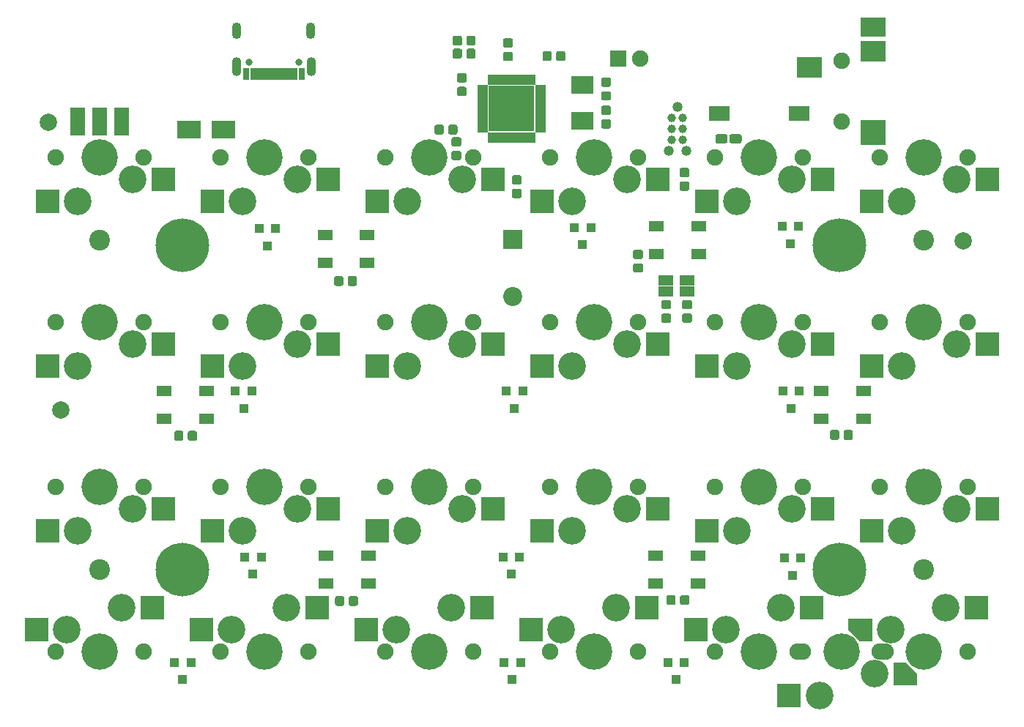
<source format=gbs>
G04 #@! TF.GenerationSoftware,KiCad,Pcbnew,(5.0.1-dev-70-gb7b125d83)*
G04 #@! TF.CreationDate,2019-02-27T23:35:55+01:00*
G04 #@! TF.ProjectId,vitamins_included,766974616D696E735F696E636C756465,rev?*
G04 #@! TF.SameCoordinates,Original*
G04 #@! TF.FileFunction,Soldermask,Bot*
G04 #@! TF.FilePolarity,Negative*
%FSLAX46Y46*%
G04 Gerber Fmt 4.6, Leading zero omitted, Abs format (unit mm)*
G04 Created by KiCad (PCBNEW (5.0.1-dev-70-gb7b125d83)) date 02/27/19 23:35:55*
%MOMM*%
%LPD*%
G01*
G04 APERTURE LIST*
%ADD10R,3.000000X2.200000*%
%ADD11R,3.000000X2.400000*%
%ADD12R,3.000000X3.000000*%
%ADD13C,1.900000*%
%ADD14C,0.100000*%
%ADD15C,1.075000*%
%ADD16R,1.700000X1.200000*%
%ADD17C,2.000000*%
%ADD18R,2.750000X2.700000*%
%ADD19C,3.200000*%
%ADD20C,4.200000*%
%ADD21R,1.000000X1.100000*%
%ADD22C,6.200000*%
%ADD23R,0.499720X1.198220*%
%ADD24R,1.198220X0.499720*%
%ADD25R,5.280000X5.280000*%
%ADD26R,1.700000X3.200000*%
%ADD27C,0.987400*%
%ADD28C,1.190600*%
%ADD29R,2.200000X2.200000*%
%ADD30C,2.200000*%
%ADD31R,2.700000X2.000000*%
%ADD32R,1.900000X1.900000*%
%ADD33O,1.900000X1.900000*%
%ADD34R,2.380000X1.800000*%
%ADD35R,2.600000X2.100000*%
%ADD36C,1.050000*%
%ADD37C,1.000000*%
%ADD38R,0.800000X1.360000*%
%ADD39C,0.800000*%
%ADD40R,0.500000X1.360000*%
%ADD41O,1.100000X1.900000*%
%ADD42O,1.100000X2.200000*%
%ADD43C,2.400000*%
G04 APERTURE END LIST*
D10*
G04 #@! TO.C,P4*
X98892500Y-1728000D03*
D11*
X91492500Y-6428000D03*
X98892500Y-4528000D03*
D12*
X98892500Y-13928000D03*
D13*
X95192500Y-12628000D03*
X95192500Y-5628000D03*
G04 #@! TD*
D14*
G04 #@! TO.C,C12*
G36*
X75807592Y-67426294D02*
X75833681Y-67430164D01*
X75859264Y-67436572D01*
X75884096Y-67445457D01*
X75907938Y-67456734D01*
X75930560Y-67470293D01*
X75951743Y-67486003D01*
X75971285Y-67503715D01*
X75988997Y-67523257D01*
X76004707Y-67544440D01*
X76018266Y-67567062D01*
X76029543Y-67590904D01*
X76038428Y-67615736D01*
X76044836Y-67641319D01*
X76048706Y-67667408D01*
X76050000Y-67693750D01*
X76050000Y-68306250D01*
X76048706Y-68332592D01*
X76044836Y-68358681D01*
X76038428Y-68384264D01*
X76029543Y-68409096D01*
X76018266Y-68432938D01*
X76004707Y-68455560D01*
X75988997Y-68476743D01*
X75971285Y-68496285D01*
X75951743Y-68513997D01*
X75930560Y-68529707D01*
X75907938Y-68543266D01*
X75884096Y-68554543D01*
X75859264Y-68563428D01*
X75833681Y-68569836D01*
X75807592Y-68573706D01*
X75781250Y-68575000D01*
X75243750Y-68575000D01*
X75217408Y-68573706D01*
X75191319Y-68569836D01*
X75165736Y-68563428D01*
X75140904Y-68554543D01*
X75117062Y-68543266D01*
X75094440Y-68529707D01*
X75073257Y-68513997D01*
X75053715Y-68496285D01*
X75036003Y-68476743D01*
X75020293Y-68455560D01*
X75006734Y-68432938D01*
X74995457Y-68409096D01*
X74986572Y-68384264D01*
X74980164Y-68358681D01*
X74976294Y-68332592D01*
X74975000Y-68306250D01*
X74975000Y-67693750D01*
X74976294Y-67667408D01*
X74980164Y-67641319D01*
X74986572Y-67615736D01*
X74995457Y-67590904D01*
X75006734Y-67567062D01*
X75020293Y-67544440D01*
X75036003Y-67523257D01*
X75053715Y-67503715D01*
X75073257Y-67486003D01*
X75094440Y-67470293D01*
X75117062Y-67456734D01*
X75140904Y-67445457D01*
X75165736Y-67436572D01*
X75191319Y-67430164D01*
X75217408Y-67426294D01*
X75243750Y-67425000D01*
X75781250Y-67425000D01*
X75807592Y-67426294D01*
X75807592Y-67426294D01*
G37*
D15*
X75512500Y-68000000D03*
D14*
G36*
X77382592Y-67426294D02*
X77408681Y-67430164D01*
X77434264Y-67436572D01*
X77459096Y-67445457D01*
X77482938Y-67456734D01*
X77505560Y-67470293D01*
X77526743Y-67486003D01*
X77546285Y-67503715D01*
X77563997Y-67523257D01*
X77579707Y-67544440D01*
X77593266Y-67567062D01*
X77604543Y-67590904D01*
X77613428Y-67615736D01*
X77619836Y-67641319D01*
X77623706Y-67667408D01*
X77625000Y-67693750D01*
X77625000Y-68306250D01*
X77623706Y-68332592D01*
X77619836Y-68358681D01*
X77613428Y-68384264D01*
X77604543Y-68409096D01*
X77593266Y-68432938D01*
X77579707Y-68455560D01*
X77563997Y-68476743D01*
X77546285Y-68496285D01*
X77526743Y-68513997D01*
X77505560Y-68529707D01*
X77482938Y-68543266D01*
X77459096Y-68554543D01*
X77434264Y-68563428D01*
X77408681Y-68569836D01*
X77382592Y-68573706D01*
X77356250Y-68575000D01*
X76818750Y-68575000D01*
X76792408Y-68573706D01*
X76766319Y-68569836D01*
X76740736Y-68563428D01*
X76715904Y-68554543D01*
X76692062Y-68543266D01*
X76669440Y-68529707D01*
X76648257Y-68513997D01*
X76628715Y-68496285D01*
X76611003Y-68476743D01*
X76595293Y-68455560D01*
X76581734Y-68432938D01*
X76570457Y-68409096D01*
X76561572Y-68384264D01*
X76555164Y-68358681D01*
X76551294Y-68332592D01*
X76550000Y-68306250D01*
X76550000Y-67693750D01*
X76551294Y-67667408D01*
X76555164Y-67641319D01*
X76561572Y-67615736D01*
X76570457Y-67590904D01*
X76581734Y-67567062D01*
X76595293Y-67544440D01*
X76611003Y-67523257D01*
X76628715Y-67503715D01*
X76648257Y-67486003D01*
X76669440Y-67470293D01*
X76692062Y-67456734D01*
X76715904Y-67445457D01*
X76740736Y-67436572D01*
X76766319Y-67430164D01*
X76792408Y-67426294D01*
X76818750Y-67425000D01*
X77356250Y-67425000D01*
X77382592Y-67426294D01*
X77382592Y-67426294D01*
G37*
D15*
X77087500Y-68000000D03*
G04 #@! TD*
D14*
G04 #@! TO.C,C13*
G36*
X96282592Y-48326294D02*
X96308681Y-48330164D01*
X96334264Y-48336572D01*
X96359096Y-48345457D01*
X96382938Y-48356734D01*
X96405560Y-48370293D01*
X96426743Y-48386003D01*
X96446285Y-48403715D01*
X96463997Y-48423257D01*
X96479707Y-48444440D01*
X96493266Y-48467062D01*
X96504543Y-48490904D01*
X96513428Y-48515736D01*
X96519836Y-48541319D01*
X96523706Y-48567408D01*
X96525000Y-48593750D01*
X96525000Y-49206250D01*
X96523706Y-49232592D01*
X96519836Y-49258681D01*
X96513428Y-49284264D01*
X96504543Y-49309096D01*
X96493266Y-49332938D01*
X96479707Y-49355560D01*
X96463997Y-49376743D01*
X96446285Y-49396285D01*
X96426743Y-49413997D01*
X96405560Y-49429707D01*
X96382938Y-49443266D01*
X96359096Y-49454543D01*
X96334264Y-49463428D01*
X96308681Y-49469836D01*
X96282592Y-49473706D01*
X96256250Y-49475000D01*
X95718750Y-49475000D01*
X95692408Y-49473706D01*
X95666319Y-49469836D01*
X95640736Y-49463428D01*
X95615904Y-49454543D01*
X95592062Y-49443266D01*
X95569440Y-49429707D01*
X95548257Y-49413997D01*
X95528715Y-49396285D01*
X95511003Y-49376743D01*
X95495293Y-49355560D01*
X95481734Y-49332938D01*
X95470457Y-49309096D01*
X95461572Y-49284264D01*
X95455164Y-49258681D01*
X95451294Y-49232592D01*
X95450000Y-49206250D01*
X95450000Y-48593750D01*
X95451294Y-48567408D01*
X95455164Y-48541319D01*
X95461572Y-48515736D01*
X95470457Y-48490904D01*
X95481734Y-48467062D01*
X95495293Y-48444440D01*
X95511003Y-48423257D01*
X95528715Y-48403715D01*
X95548257Y-48386003D01*
X95569440Y-48370293D01*
X95592062Y-48356734D01*
X95615904Y-48345457D01*
X95640736Y-48336572D01*
X95666319Y-48330164D01*
X95692408Y-48326294D01*
X95718750Y-48325000D01*
X96256250Y-48325000D01*
X96282592Y-48326294D01*
X96282592Y-48326294D01*
G37*
D15*
X95987500Y-48900000D03*
D14*
G36*
X94707592Y-48326294D02*
X94733681Y-48330164D01*
X94759264Y-48336572D01*
X94784096Y-48345457D01*
X94807938Y-48356734D01*
X94830560Y-48370293D01*
X94851743Y-48386003D01*
X94871285Y-48403715D01*
X94888997Y-48423257D01*
X94904707Y-48444440D01*
X94918266Y-48467062D01*
X94929543Y-48490904D01*
X94938428Y-48515736D01*
X94944836Y-48541319D01*
X94948706Y-48567408D01*
X94950000Y-48593750D01*
X94950000Y-49206250D01*
X94948706Y-49232592D01*
X94944836Y-49258681D01*
X94938428Y-49284264D01*
X94929543Y-49309096D01*
X94918266Y-49332938D01*
X94904707Y-49355560D01*
X94888997Y-49376743D01*
X94871285Y-49396285D01*
X94851743Y-49413997D01*
X94830560Y-49429707D01*
X94807938Y-49443266D01*
X94784096Y-49454543D01*
X94759264Y-49463428D01*
X94733681Y-49469836D01*
X94707592Y-49473706D01*
X94681250Y-49475000D01*
X94143750Y-49475000D01*
X94117408Y-49473706D01*
X94091319Y-49469836D01*
X94065736Y-49463428D01*
X94040904Y-49454543D01*
X94017062Y-49443266D01*
X93994440Y-49429707D01*
X93973257Y-49413997D01*
X93953715Y-49396285D01*
X93936003Y-49376743D01*
X93920293Y-49355560D01*
X93906734Y-49332938D01*
X93895457Y-49309096D01*
X93886572Y-49284264D01*
X93880164Y-49258681D01*
X93876294Y-49232592D01*
X93875000Y-49206250D01*
X93875000Y-48593750D01*
X93876294Y-48567408D01*
X93880164Y-48541319D01*
X93886572Y-48515736D01*
X93895457Y-48490904D01*
X93906734Y-48467062D01*
X93920293Y-48444440D01*
X93936003Y-48423257D01*
X93953715Y-48403715D01*
X93973257Y-48386003D01*
X93994440Y-48370293D01*
X94017062Y-48356734D01*
X94040904Y-48345457D01*
X94065736Y-48336572D01*
X94091319Y-48330164D01*
X94117408Y-48326294D01*
X94143750Y-48325000D01*
X94681250Y-48325000D01*
X94707592Y-48326294D01*
X94707592Y-48326294D01*
G37*
D15*
X94412500Y-48900000D03*
G04 #@! TD*
D14*
G04 #@! TO.C,C14*
G36*
X72032592Y-27476294D02*
X72058681Y-27480164D01*
X72084264Y-27486572D01*
X72109096Y-27495457D01*
X72132938Y-27506734D01*
X72155560Y-27520293D01*
X72176743Y-27536003D01*
X72196285Y-27553715D01*
X72213997Y-27573257D01*
X72229707Y-27594440D01*
X72243266Y-27617062D01*
X72254543Y-27640904D01*
X72263428Y-27665736D01*
X72269836Y-27691319D01*
X72273706Y-27717408D01*
X72275000Y-27743750D01*
X72275000Y-28281250D01*
X72273706Y-28307592D01*
X72269836Y-28333681D01*
X72263428Y-28359264D01*
X72254543Y-28384096D01*
X72243266Y-28407938D01*
X72229707Y-28430560D01*
X72213997Y-28451743D01*
X72196285Y-28471285D01*
X72176743Y-28488997D01*
X72155560Y-28504707D01*
X72132938Y-28518266D01*
X72109096Y-28529543D01*
X72084264Y-28538428D01*
X72058681Y-28544836D01*
X72032592Y-28548706D01*
X72006250Y-28550000D01*
X71393750Y-28550000D01*
X71367408Y-28548706D01*
X71341319Y-28544836D01*
X71315736Y-28538428D01*
X71290904Y-28529543D01*
X71267062Y-28518266D01*
X71244440Y-28504707D01*
X71223257Y-28488997D01*
X71203715Y-28471285D01*
X71186003Y-28451743D01*
X71170293Y-28430560D01*
X71156734Y-28407938D01*
X71145457Y-28384096D01*
X71136572Y-28359264D01*
X71130164Y-28333681D01*
X71126294Y-28307592D01*
X71125000Y-28281250D01*
X71125000Y-27743750D01*
X71126294Y-27717408D01*
X71130164Y-27691319D01*
X71136572Y-27665736D01*
X71145457Y-27640904D01*
X71156734Y-27617062D01*
X71170293Y-27594440D01*
X71186003Y-27573257D01*
X71203715Y-27553715D01*
X71223257Y-27536003D01*
X71244440Y-27520293D01*
X71267062Y-27506734D01*
X71290904Y-27495457D01*
X71315736Y-27486572D01*
X71341319Y-27480164D01*
X71367408Y-27476294D01*
X71393750Y-27475000D01*
X72006250Y-27475000D01*
X72032592Y-27476294D01*
X72032592Y-27476294D01*
G37*
D15*
X71700000Y-28012500D03*
D14*
G36*
X72032592Y-29051294D02*
X72058681Y-29055164D01*
X72084264Y-29061572D01*
X72109096Y-29070457D01*
X72132938Y-29081734D01*
X72155560Y-29095293D01*
X72176743Y-29111003D01*
X72196285Y-29128715D01*
X72213997Y-29148257D01*
X72229707Y-29169440D01*
X72243266Y-29192062D01*
X72254543Y-29215904D01*
X72263428Y-29240736D01*
X72269836Y-29266319D01*
X72273706Y-29292408D01*
X72275000Y-29318750D01*
X72275000Y-29856250D01*
X72273706Y-29882592D01*
X72269836Y-29908681D01*
X72263428Y-29934264D01*
X72254543Y-29959096D01*
X72243266Y-29982938D01*
X72229707Y-30005560D01*
X72213997Y-30026743D01*
X72196285Y-30046285D01*
X72176743Y-30063997D01*
X72155560Y-30079707D01*
X72132938Y-30093266D01*
X72109096Y-30104543D01*
X72084264Y-30113428D01*
X72058681Y-30119836D01*
X72032592Y-30123706D01*
X72006250Y-30125000D01*
X71393750Y-30125000D01*
X71367408Y-30123706D01*
X71341319Y-30119836D01*
X71315736Y-30113428D01*
X71290904Y-30104543D01*
X71267062Y-30093266D01*
X71244440Y-30079707D01*
X71223257Y-30063997D01*
X71203715Y-30046285D01*
X71186003Y-30026743D01*
X71170293Y-30005560D01*
X71156734Y-29982938D01*
X71145457Y-29959096D01*
X71136572Y-29934264D01*
X71130164Y-29908681D01*
X71126294Y-29882592D01*
X71125000Y-29856250D01*
X71125000Y-29318750D01*
X71126294Y-29292408D01*
X71130164Y-29266319D01*
X71136572Y-29240736D01*
X71145457Y-29215904D01*
X71156734Y-29192062D01*
X71170293Y-29169440D01*
X71186003Y-29148257D01*
X71203715Y-29128715D01*
X71223257Y-29111003D01*
X71244440Y-29095293D01*
X71267062Y-29081734D01*
X71290904Y-29070457D01*
X71315736Y-29061572D01*
X71341319Y-29055164D01*
X71367408Y-29051294D01*
X71393750Y-29050000D01*
X72006250Y-29050000D01*
X72032592Y-29051294D01*
X72032592Y-29051294D01*
G37*
D15*
X71700000Y-29587500D03*
G04 #@! TD*
D16*
G04 #@! TO.C,D30*
X21850000Y-43800000D03*
X21850000Y-47000000D03*
X16950000Y-43800000D03*
X16950000Y-47000000D03*
G04 #@! TD*
G04 #@! TO.C,D31*
X35650000Y-66100000D03*
X35650000Y-62900000D03*
X40550000Y-66100000D03*
X40550000Y-62900000D03*
G04 #@! TD*
G04 #@! TO.C,D29*
X35500000Y-29000000D03*
X35500000Y-25800000D03*
X40400000Y-29000000D03*
X40400000Y-25800000D03*
G04 #@! TD*
D14*
G04 #@! TO.C,C10*
G36*
X20482592Y-48426294D02*
X20508681Y-48430164D01*
X20534264Y-48436572D01*
X20559096Y-48445457D01*
X20582938Y-48456734D01*
X20605560Y-48470293D01*
X20626743Y-48486003D01*
X20646285Y-48503715D01*
X20663997Y-48523257D01*
X20679707Y-48544440D01*
X20693266Y-48567062D01*
X20704543Y-48590904D01*
X20713428Y-48615736D01*
X20719836Y-48641319D01*
X20723706Y-48667408D01*
X20725000Y-48693750D01*
X20725000Y-49306250D01*
X20723706Y-49332592D01*
X20719836Y-49358681D01*
X20713428Y-49384264D01*
X20704543Y-49409096D01*
X20693266Y-49432938D01*
X20679707Y-49455560D01*
X20663997Y-49476743D01*
X20646285Y-49496285D01*
X20626743Y-49513997D01*
X20605560Y-49529707D01*
X20582938Y-49543266D01*
X20559096Y-49554543D01*
X20534264Y-49563428D01*
X20508681Y-49569836D01*
X20482592Y-49573706D01*
X20456250Y-49575000D01*
X19918750Y-49575000D01*
X19892408Y-49573706D01*
X19866319Y-49569836D01*
X19840736Y-49563428D01*
X19815904Y-49554543D01*
X19792062Y-49543266D01*
X19769440Y-49529707D01*
X19748257Y-49513997D01*
X19728715Y-49496285D01*
X19711003Y-49476743D01*
X19695293Y-49455560D01*
X19681734Y-49432938D01*
X19670457Y-49409096D01*
X19661572Y-49384264D01*
X19655164Y-49358681D01*
X19651294Y-49332592D01*
X19650000Y-49306250D01*
X19650000Y-48693750D01*
X19651294Y-48667408D01*
X19655164Y-48641319D01*
X19661572Y-48615736D01*
X19670457Y-48590904D01*
X19681734Y-48567062D01*
X19695293Y-48544440D01*
X19711003Y-48523257D01*
X19728715Y-48503715D01*
X19748257Y-48486003D01*
X19769440Y-48470293D01*
X19792062Y-48456734D01*
X19815904Y-48445457D01*
X19840736Y-48436572D01*
X19866319Y-48430164D01*
X19892408Y-48426294D01*
X19918750Y-48425000D01*
X20456250Y-48425000D01*
X20482592Y-48426294D01*
X20482592Y-48426294D01*
G37*
D15*
X20187500Y-49000000D03*
D14*
G36*
X18907592Y-48426294D02*
X18933681Y-48430164D01*
X18959264Y-48436572D01*
X18984096Y-48445457D01*
X19007938Y-48456734D01*
X19030560Y-48470293D01*
X19051743Y-48486003D01*
X19071285Y-48503715D01*
X19088997Y-48523257D01*
X19104707Y-48544440D01*
X19118266Y-48567062D01*
X19129543Y-48590904D01*
X19138428Y-48615736D01*
X19144836Y-48641319D01*
X19148706Y-48667408D01*
X19150000Y-48693750D01*
X19150000Y-49306250D01*
X19148706Y-49332592D01*
X19144836Y-49358681D01*
X19138428Y-49384264D01*
X19129543Y-49409096D01*
X19118266Y-49432938D01*
X19104707Y-49455560D01*
X19088997Y-49476743D01*
X19071285Y-49496285D01*
X19051743Y-49513997D01*
X19030560Y-49529707D01*
X19007938Y-49543266D01*
X18984096Y-49554543D01*
X18959264Y-49563428D01*
X18933681Y-49569836D01*
X18907592Y-49573706D01*
X18881250Y-49575000D01*
X18343750Y-49575000D01*
X18317408Y-49573706D01*
X18291319Y-49569836D01*
X18265736Y-49563428D01*
X18240904Y-49554543D01*
X18217062Y-49543266D01*
X18194440Y-49529707D01*
X18173257Y-49513997D01*
X18153715Y-49496285D01*
X18136003Y-49476743D01*
X18120293Y-49455560D01*
X18106734Y-49432938D01*
X18095457Y-49409096D01*
X18086572Y-49384264D01*
X18080164Y-49358681D01*
X18076294Y-49332592D01*
X18075000Y-49306250D01*
X18075000Y-48693750D01*
X18076294Y-48667408D01*
X18080164Y-48641319D01*
X18086572Y-48615736D01*
X18095457Y-48590904D01*
X18106734Y-48567062D01*
X18120293Y-48544440D01*
X18136003Y-48523257D01*
X18153715Y-48503715D01*
X18173257Y-48486003D01*
X18194440Y-48470293D01*
X18217062Y-48456734D01*
X18240904Y-48445457D01*
X18265736Y-48436572D01*
X18291319Y-48430164D01*
X18317408Y-48426294D01*
X18343750Y-48425000D01*
X18881250Y-48425000D01*
X18907592Y-48426294D01*
X18907592Y-48426294D01*
G37*
D15*
X18612500Y-49000000D03*
G04 #@! TD*
D14*
G04 #@! TO.C,C9*
G36*
X38970092Y-30526294D02*
X38996181Y-30530164D01*
X39021764Y-30536572D01*
X39046596Y-30545457D01*
X39070438Y-30556734D01*
X39093060Y-30570293D01*
X39114243Y-30586003D01*
X39133785Y-30603715D01*
X39151497Y-30623257D01*
X39167207Y-30644440D01*
X39180766Y-30667062D01*
X39192043Y-30690904D01*
X39200928Y-30715736D01*
X39207336Y-30741319D01*
X39211206Y-30767408D01*
X39212500Y-30793750D01*
X39212500Y-31406250D01*
X39211206Y-31432592D01*
X39207336Y-31458681D01*
X39200928Y-31484264D01*
X39192043Y-31509096D01*
X39180766Y-31532938D01*
X39167207Y-31555560D01*
X39151497Y-31576743D01*
X39133785Y-31596285D01*
X39114243Y-31613997D01*
X39093060Y-31629707D01*
X39070438Y-31643266D01*
X39046596Y-31654543D01*
X39021764Y-31663428D01*
X38996181Y-31669836D01*
X38970092Y-31673706D01*
X38943750Y-31675000D01*
X38406250Y-31675000D01*
X38379908Y-31673706D01*
X38353819Y-31669836D01*
X38328236Y-31663428D01*
X38303404Y-31654543D01*
X38279562Y-31643266D01*
X38256940Y-31629707D01*
X38235757Y-31613997D01*
X38216215Y-31596285D01*
X38198503Y-31576743D01*
X38182793Y-31555560D01*
X38169234Y-31532938D01*
X38157957Y-31509096D01*
X38149072Y-31484264D01*
X38142664Y-31458681D01*
X38138794Y-31432592D01*
X38137500Y-31406250D01*
X38137500Y-30793750D01*
X38138794Y-30767408D01*
X38142664Y-30741319D01*
X38149072Y-30715736D01*
X38157957Y-30690904D01*
X38169234Y-30667062D01*
X38182793Y-30644440D01*
X38198503Y-30623257D01*
X38216215Y-30603715D01*
X38235757Y-30586003D01*
X38256940Y-30570293D01*
X38279562Y-30556734D01*
X38303404Y-30545457D01*
X38328236Y-30536572D01*
X38353819Y-30530164D01*
X38379908Y-30526294D01*
X38406250Y-30525000D01*
X38943750Y-30525000D01*
X38970092Y-30526294D01*
X38970092Y-30526294D01*
G37*
D15*
X38675000Y-31100000D03*
D14*
G36*
X37395092Y-30526294D02*
X37421181Y-30530164D01*
X37446764Y-30536572D01*
X37471596Y-30545457D01*
X37495438Y-30556734D01*
X37518060Y-30570293D01*
X37539243Y-30586003D01*
X37558785Y-30603715D01*
X37576497Y-30623257D01*
X37592207Y-30644440D01*
X37605766Y-30667062D01*
X37617043Y-30690904D01*
X37625928Y-30715736D01*
X37632336Y-30741319D01*
X37636206Y-30767408D01*
X37637500Y-30793750D01*
X37637500Y-31406250D01*
X37636206Y-31432592D01*
X37632336Y-31458681D01*
X37625928Y-31484264D01*
X37617043Y-31509096D01*
X37605766Y-31532938D01*
X37592207Y-31555560D01*
X37576497Y-31576743D01*
X37558785Y-31596285D01*
X37539243Y-31613997D01*
X37518060Y-31629707D01*
X37495438Y-31643266D01*
X37471596Y-31654543D01*
X37446764Y-31663428D01*
X37421181Y-31669836D01*
X37395092Y-31673706D01*
X37368750Y-31675000D01*
X36831250Y-31675000D01*
X36804908Y-31673706D01*
X36778819Y-31669836D01*
X36753236Y-31663428D01*
X36728404Y-31654543D01*
X36704562Y-31643266D01*
X36681940Y-31629707D01*
X36660757Y-31613997D01*
X36641215Y-31596285D01*
X36623503Y-31576743D01*
X36607793Y-31555560D01*
X36594234Y-31532938D01*
X36582957Y-31509096D01*
X36574072Y-31484264D01*
X36567664Y-31458681D01*
X36563794Y-31432592D01*
X36562500Y-31406250D01*
X36562500Y-30793750D01*
X36563794Y-30767408D01*
X36567664Y-30741319D01*
X36574072Y-30715736D01*
X36582957Y-30690904D01*
X36594234Y-30667062D01*
X36607793Y-30644440D01*
X36623503Y-30623257D01*
X36641215Y-30603715D01*
X36660757Y-30586003D01*
X36681940Y-30570293D01*
X36704562Y-30556734D01*
X36728404Y-30545457D01*
X36753236Y-30536572D01*
X36778819Y-30530164D01*
X36804908Y-30526294D01*
X36831250Y-30525000D01*
X37368750Y-30525000D01*
X37395092Y-30526294D01*
X37395092Y-30526294D01*
G37*
D15*
X37100000Y-31100000D03*
G04 #@! TD*
D14*
G04 #@! TO.C,C11*
G36*
X37507592Y-67526294D02*
X37533681Y-67530164D01*
X37559264Y-67536572D01*
X37584096Y-67545457D01*
X37607938Y-67556734D01*
X37630560Y-67570293D01*
X37651743Y-67586003D01*
X37671285Y-67603715D01*
X37688997Y-67623257D01*
X37704707Y-67644440D01*
X37718266Y-67667062D01*
X37729543Y-67690904D01*
X37738428Y-67715736D01*
X37744836Y-67741319D01*
X37748706Y-67767408D01*
X37750000Y-67793750D01*
X37750000Y-68406250D01*
X37748706Y-68432592D01*
X37744836Y-68458681D01*
X37738428Y-68484264D01*
X37729543Y-68509096D01*
X37718266Y-68532938D01*
X37704707Y-68555560D01*
X37688997Y-68576743D01*
X37671285Y-68596285D01*
X37651743Y-68613997D01*
X37630560Y-68629707D01*
X37607938Y-68643266D01*
X37584096Y-68654543D01*
X37559264Y-68663428D01*
X37533681Y-68669836D01*
X37507592Y-68673706D01*
X37481250Y-68675000D01*
X36943750Y-68675000D01*
X36917408Y-68673706D01*
X36891319Y-68669836D01*
X36865736Y-68663428D01*
X36840904Y-68654543D01*
X36817062Y-68643266D01*
X36794440Y-68629707D01*
X36773257Y-68613997D01*
X36753715Y-68596285D01*
X36736003Y-68576743D01*
X36720293Y-68555560D01*
X36706734Y-68532938D01*
X36695457Y-68509096D01*
X36686572Y-68484264D01*
X36680164Y-68458681D01*
X36676294Y-68432592D01*
X36675000Y-68406250D01*
X36675000Y-67793750D01*
X36676294Y-67767408D01*
X36680164Y-67741319D01*
X36686572Y-67715736D01*
X36695457Y-67690904D01*
X36706734Y-67667062D01*
X36720293Y-67644440D01*
X36736003Y-67623257D01*
X36753715Y-67603715D01*
X36773257Y-67586003D01*
X36794440Y-67570293D01*
X36817062Y-67556734D01*
X36840904Y-67545457D01*
X36865736Y-67536572D01*
X36891319Y-67530164D01*
X36917408Y-67526294D01*
X36943750Y-67525000D01*
X37481250Y-67525000D01*
X37507592Y-67526294D01*
X37507592Y-67526294D01*
G37*
D15*
X37212500Y-68100000D03*
D14*
G36*
X39082592Y-67526294D02*
X39108681Y-67530164D01*
X39134264Y-67536572D01*
X39159096Y-67545457D01*
X39182938Y-67556734D01*
X39205560Y-67570293D01*
X39226743Y-67586003D01*
X39246285Y-67603715D01*
X39263997Y-67623257D01*
X39279707Y-67644440D01*
X39293266Y-67667062D01*
X39304543Y-67690904D01*
X39313428Y-67715736D01*
X39319836Y-67741319D01*
X39323706Y-67767408D01*
X39325000Y-67793750D01*
X39325000Y-68406250D01*
X39323706Y-68432592D01*
X39319836Y-68458681D01*
X39313428Y-68484264D01*
X39304543Y-68509096D01*
X39293266Y-68532938D01*
X39279707Y-68555560D01*
X39263997Y-68576743D01*
X39246285Y-68596285D01*
X39226743Y-68613997D01*
X39205560Y-68629707D01*
X39182938Y-68643266D01*
X39159096Y-68654543D01*
X39134264Y-68663428D01*
X39108681Y-68669836D01*
X39082592Y-68673706D01*
X39056250Y-68675000D01*
X38518750Y-68675000D01*
X38492408Y-68673706D01*
X38466319Y-68669836D01*
X38440736Y-68663428D01*
X38415904Y-68654543D01*
X38392062Y-68643266D01*
X38369440Y-68629707D01*
X38348257Y-68613997D01*
X38328715Y-68596285D01*
X38311003Y-68576743D01*
X38295293Y-68555560D01*
X38281734Y-68532938D01*
X38270457Y-68509096D01*
X38261572Y-68484264D01*
X38255164Y-68458681D01*
X38251294Y-68432592D01*
X38250000Y-68406250D01*
X38250000Y-67793750D01*
X38251294Y-67767408D01*
X38255164Y-67741319D01*
X38261572Y-67715736D01*
X38270457Y-67690904D01*
X38281734Y-67667062D01*
X38295293Y-67644440D01*
X38311003Y-67623257D01*
X38328715Y-67603715D01*
X38348257Y-67586003D01*
X38369440Y-67570293D01*
X38392062Y-67556734D01*
X38415904Y-67545457D01*
X38440736Y-67536572D01*
X38466319Y-67530164D01*
X38492408Y-67526294D01*
X38518750Y-67525000D01*
X39056250Y-67525000D01*
X39082592Y-67526294D01*
X39082592Y-67526294D01*
G37*
D15*
X38787500Y-68100000D03*
G04 #@! TD*
D16*
G04 #@! TO.C,D34*
X73750000Y-66100000D03*
X73750000Y-62900000D03*
X78650000Y-66100000D03*
X78650000Y-62900000D03*
G04 #@! TD*
G04 #@! TO.C,D32*
X73850000Y-28000000D03*
X73850000Y-24800000D03*
X78750000Y-28000000D03*
X78750000Y-24800000D03*
G04 #@! TD*
G04 #@! TO.C,D33*
X92850000Y-47000000D03*
X92850000Y-43800000D03*
X97750000Y-47000000D03*
X97750000Y-43800000D03*
G04 #@! TD*
D17*
G04 #@! TO.C,FID1*
X5000000Y-46000000D03*
G04 #@! TD*
D18*
G04 #@! TO.C,SW5*
X93060000Y-19390000D03*
X79610000Y-21930000D03*
D19*
X83160000Y-21930000D03*
X89510000Y-19390000D03*
D13*
X80620000Y-16850000D03*
X90780000Y-16850000D03*
D20*
X85700000Y-16850000D03*
G04 #@! TD*
D21*
G04 #@! TO.C,D3*
X88334000Y-24788000D03*
X90234000Y-24788000D03*
X89284000Y-26788000D03*
G04 #@! TD*
G04 #@! TO.C,D1*
X27882000Y-25042000D03*
X29782000Y-25042000D03*
X28832000Y-27042000D03*
G04 #@! TD*
D18*
G04 #@! TO.C,SW14*
X35910000Y-57490000D03*
X22460000Y-60030000D03*
D19*
X26010000Y-60030000D03*
X32360000Y-57490000D03*
D13*
X23470000Y-54950000D03*
X33630000Y-54950000D03*
D20*
X28550000Y-54950000D03*
G04 #@! TD*
D14*
G04 #@! TO.C,R5*
G36*
X52682592Y-2726294D02*
X52708681Y-2730164D01*
X52734264Y-2736572D01*
X52759096Y-2745457D01*
X52782938Y-2756734D01*
X52805560Y-2770293D01*
X52826743Y-2786003D01*
X52846285Y-2803715D01*
X52863997Y-2823257D01*
X52879707Y-2844440D01*
X52893266Y-2867062D01*
X52904543Y-2890904D01*
X52913428Y-2915736D01*
X52919836Y-2941319D01*
X52923706Y-2967408D01*
X52925000Y-2993750D01*
X52925000Y-3606250D01*
X52923706Y-3632592D01*
X52919836Y-3658681D01*
X52913428Y-3684264D01*
X52904543Y-3709096D01*
X52893266Y-3732938D01*
X52879707Y-3755560D01*
X52863997Y-3776743D01*
X52846285Y-3796285D01*
X52826743Y-3813997D01*
X52805560Y-3829707D01*
X52782938Y-3843266D01*
X52759096Y-3854543D01*
X52734264Y-3863428D01*
X52708681Y-3869836D01*
X52682592Y-3873706D01*
X52656250Y-3875000D01*
X52118750Y-3875000D01*
X52092408Y-3873706D01*
X52066319Y-3869836D01*
X52040736Y-3863428D01*
X52015904Y-3854543D01*
X51992062Y-3843266D01*
X51969440Y-3829707D01*
X51948257Y-3813997D01*
X51928715Y-3796285D01*
X51911003Y-3776743D01*
X51895293Y-3755560D01*
X51881734Y-3732938D01*
X51870457Y-3709096D01*
X51861572Y-3684264D01*
X51855164Y-3658681D01*
X51851294Y-3632592D01*
X51850000Y-3606250D01*
X51850000Y-2993750D01*
X51851294Y-2967408D01*
X51855164Y-2941319D01*
X51861572Y-2915736D01*
X51870457Y-2890904D01*
X51881734Y-2867062D01*
X51895293Y-2844440D01*
X51911003Y-2823257D01*
X51928715Y-2803715D01*
X51948257Y-2786003D01*
X51969440Y-2770293D01*
X51992062Y-2756734D01*
X52015904Y-2745457D01*
X52040736Y-2736572D01*
X52066319Y-2730164D01*
X52092408Y-2726294D01*
X52118750Y-2725000D01*
X52656250Y-2725000D01*
X52682592Y-2726294D01*
X52682592Y-2726294D01*
G37*
D15*
X52387500Y-3300000D03*
D14*
G36*
X51107592Y-2726294D02*
X51133681Y-2730164D01*
X51159264Y-2736572D01*
X51184096Y-2745457D01*
X51207938Y-2756734D01*
X51230560Y-2770293D01*
X51251743Y-2786003D01*
X51271285Y-2803715D01*
X51288997Y-2823257D01*
X51304707Y-2844440D01*
X51318266Y-2867062D01*
X51329543Y-2890904D01*
X51338428Y-2915736D01*
X51344836Y-2941319D01*
X51348706Y-2967408D01*
X51350000Y-2993750D01*
X51350000Y-3606250D01*
X51348706Y-3632592D01*
X51344836Y-3658681D01*
X51338428Y-3684264D01*
X51329543Y-3709096D01*
X51318266Y-3732938D01*
X51304707Y-3755560D01*
X51288997Y-3776743D01*
X51271285Y-3796285D01*
X51251743Y-3813997D01*
X51230560Y-3829707D01*
X51207938Y-3843266D01*
X51184096Y-3854543D01*
X51159264Y-3863428D01*
X51133681Y-3869836D01*
X51107592Y-3873706D01*
X51081250Y-3875000D01*
X50543750Y-3875000D01*
X50517408Y-3873706D01*
X50491319Y-3869836D01*
X50465736Y-3863428D01*
X50440904Y-3854543D01*
X50417062Y-3843266D01*
X50394440Y-3829707D01*
X50373257Y-3813997D01*
X50353715Y-3796285D01*
X50336003Y-3776743D01*
X50320293Y-3755560D01*
X50306734Y-3732938D01*
X50295457Y-3709096D01*
X50286572Y-3684264D01*
X50280164Y-3658681D01*
X50276294Y-3632592D01*
X50275000Y-3606250D01*
X50275000Y-2993750D01*
X50276294Y-2967408D01*
X50280164Y-2941319D01*
X50286572Y-2915736D01*
X50295457Y-2890904D01*
X50306734Y-2867062D01*
X50320293Y-2844440D01*
X50336003Y-2823257D01*
X50353715Y-2803715D01*
X50373257Y-2786003D01*
X50394440Y-2770293D01*
X50417062Y-2756734D01*
X50440904Y-2745457D01*
X50465736Y-2736572D01*
X50491319Y-2730164D01*
X50517408Y-2726294D01*
X50543750Y-2725000D01*
X51081250Y-2725000D01*
X51107592Y-2726294D01*
X51107592Y-2726294D01*
G37*
D15*
X50812500Y-3300000D03*
G04 #@! TD*
D18*
G04 #@! TO.C,SW2*
X35910000Y-19390000D03*
X22460000Y-21930000D03*
D19*
X26010000Y-21930000D03*
X32360000Y-19390000D03*
D13*
X23470000Y-16850000D03*
X33630000Y-16850000D03*
D20*
X28550000Y-16850000D03*
G04 #@! TD*
D14*
G04 #@! TO.C,R1*
G36*
X75279092Y-34867294D02*
X75305181Y-34871164D01*
X75330764Y-34877572D01*
X75355596Y-34886457D01*
X75379438Y-34897734D01*
X75402060Y-34911293D01*
X75423243Y-34927003D01*
X75442785Y-34944715D01*
X75460497Y-34964257D01*
X75476207Y-34985440D01*
X75489766Y-35008062D01*
X75501043Y-35031904D01*
X75509928Y-35056736D01*
X75516336Y-35082319D01*
X75520206Y-35108408D01*
X75521500Y-35134750D01*
X75521500Y-35672250D01*
X75520206Y-35698592D01*
X75516336Y-35724681D01*
X75509928Y-35750264D01*
X75501043Y-35775096D01*
X75489766Y-35798938D01*
X75476207Y-35821560D01*
X75460497Y-35842743D01*
X75442785Y-35862285D01*
X75423243Y-35879997D01*
X75402060Y-35895707D01*
X75379438Y-35909266D01*
X75355596Y-35920543D01*
X75330764Y-35929428D01*
X75305181Y-35935836D01*
X75279092Y-35939706D01*
X75252750Y-35941000D01*
X74640250Y-35941000D01*
X74613908Y-35939706D01*
X74587819Y-35935836D01*
X74562236Y-35929428D01*
X74537404Y-35920543D01*
X74513562Y-35909266D01*
X74490940Y-35895707D01*
X74469757Y-35879997D01*
X74450215Y-35862285D01*
X74432503Y-35842743D01*
X74416793Y-35821560D01*
X74403234Y-35798938D01*
X74391957Y-35775096D01*
X74383072Y-35750264D01*
X74376664Y-35724681D01*
X74372794Y-35698592D01*
X74371500Y-35672250D01*
X74371500Y-35134750D01*
X74372794Y-35108408D01*
X74376664Y-35082319D01*
X74383072Y-35056736D01*
X74391957Y-35031904D01*
X74403234Y-35008062D01*
X74416793Y-34985440D01*
X74432503Y-34964257D01*
X74450215Y-34944715D01*
X74469757Y-34927003D01*
X74490940Y-34911293D01*
X74513562Y-34897734D01*
X74537404Y-34886457D01*
X74562236Y-34877572D01*
X74587819Y-34871164D01*
X74613908Y-34867294D01*
X74640250Y-34866000D01*
X75252750Y-34866000D01*
X75279092Y-34867294D01*
X75279092Y-34867294D01*
G37*
D15*
X74946500Y-35403500D03*
D14*
G36*
X75279092Y-33292294D02*
X75305181Y-33296164D01*
X75330764Y-33302572D01*
X75355596Y-33311457D01*
X75379438Y-33322734D01*
X75402060Y-33336293D01*
X75423243Y-33352003D01*
X75442785Y-33369715D01*
X75460497Y-33389257D01*
X75476207Y-33410440D01*
X75489766Y-33433062D01*
X75501043Y-33456904D01*
X75509928Y-33481736D01*
X75516336Y-33507319D01*
X75520206Y-33533408D01*
X75521500Y-33559750D01*
X75521500Y-34097250D01*
X75520206Y-34123592D01*
X75516336Y-34149681D01*
X75509928Y-34175264D01*
X75501043Y-34200096D01*
X75489766Y-34223938D01*
X75476207Y-34246560D01*
X75460497Y-34267743D01*
X75442785Y-34287285D01*
X75423243Y-34304997D01*
X75402060Y-34320707D01*
X75379438Y-34334266D01*
X75355596Y-34345543D01*
X75330764Y-34354428D01*
X75305181Y-34360836D01*
X75279092Y-34364706D01*
X75252750Y-34366000D01*
X74640250Y-34366000D01*
X74613908Y-34364706D01*
X74587819Y-34360836D01*
X74562236Y-34354428D01*
X74537404Y-34345543D01*
X74513562Y-34334266D01*
X74490940Y-34320707D01*
X74469757Y-34304997D01*
X74450215Y-34287285D01*
X74432503Y-34267743D01*
X74416793Y-34246560D01*
X74403234Y-34223938D01*
X74391957Y-34200096D01*
X74383072Y-34175264D01*
X74376664Y-34149681D01*
X74372794Y-34123592D01*
X74371500Y-34097250D01*
X74371500Y-33559750D01*
X74372794Y-33533408D01*
X74376664Y-33507319D01*
X74383072Y-33481736D01*
X74391957Y-33456904D01*
X74403234Y-33433062D01*
X74416793Y-33410440D01*
X74432503Y-33389257D01*
X74450215Y-33369715D01*
X74469757Y-33352003D01*
X74490940Y-33336293D01*
X74513562Y-33322734D01*
X74537404Y-33311457D01*
X74562236Y-33302572D01*
X74587819Y-33296164D01*
X74613908Y-33292294D01*
X74640250Y-33291000D01*
X75252750Y-33291000D01*
X75279092Y-33292294D01*
X75279092Y-33292294D01*
G37*
D15*
X74946500Y-33828500D03*
G04 #@! TD*
D21*
G04 #@! TO.C,D5*
X57407000Y-45838000D03*
X58357000Y-43838000D03*
X56457000Y-43838000D03*
G04 #@! TD*
G04 #@! TO.C,D9*
X89538000Y-65142000D03*
X90488000Y-63142000D03*
X88588000Y-63142000D03*
G04 #@! TD*
D22*
G04 #@! TO.C,REF\002A\002A*
X95000000Y-27000000D03*
G04 #@! TD*
D21*
G04 #@! TO.C,D4*
X26100000Y-45838000D03*
X27050000Y-43838000D03*
X25150000Y-43838000D03*
G04 #@! TD*
G04 #@! TO.C,D11*
X57153000Y-77207000D03*
X58103000Y-75207000D03*
X56203000Y-75207000D03*
G04 #@! TD*
D23*
G04 #@! TO.C,U1*
X54568158Y-7825280D03*
X55068538Y-7825280D03*
X55568918Y-7825280D03*
X56069298Y-7825280D03*
X56569678Y-7825280D03*
X57067518Y-7825280D03*
X57565358Y-7825280D03*
X58065738Y-7825280D03*
X58566118Y-7825280D03*
X59066498Y-7825280D03*
X59566878Y-7825280D03*
D24*
X60415238Y-8673640D03*
X60415238Y-9174020D03*
X60415238Y-9674400D03*
X60415238Y-10174780D03*
X60415238Y-10675160D03*
X60415238Y-11173000D03*
X60415238Y-11670840D03*
X60415238Y-12171220D03*
X60415238Y-12671600D03*
X60415238Y-13171980D03*
X60415238Y-13672360D03*
D23*
X59566878Y-14520720D03*
X59066498Y-14520720D03*
X58566118Y-14520720D03*
X58065738Y-14520720D03*
X57565358Y-14520720D03*
X57067518Y-14520720D03*
X56569678Y-14520720D03*
X56069298Y-14520720D03*
X55568918Y-14520720D03*
X55068538Y-14520720D03*
X54568158Y-14520720D03*
D24*
X53719798Y-13672360D03*
X53719798Y-13171980D03*
X53719798Y-12671600D03*
X53719798Y-12171220D03*
X53719798Y-11670840D03*
X53719798Y-11173000D03*
X53719798Y-10675160D03*
X53719798Y-10174780D03*
X53719798Y-9674400D03*
X53719798Y-9174020D03*
X53719798Y-8673640D03*
D25*
X57067518Y-11173000D03*
G04 #@! TD*
D18*
G04 #@! TO.C,SW22*
X59290000Y-71460000D03*
X72740000Y-68920000D03*
D19*
X69190000Y-68920000D03*
X62840000Y-71460000D03*
D13*
X71730000Y-74000000D03*
X61570000Y-74000000D03*
D20*
X66650000Y-74000000D03*
G04 #@! TD*
D14*
G04 #@! TO.C,R3*
G36*
X58016592Y-20451294D02*
X58042681Y-20455164D01*
X58068264Y-20461572D01*
X58093096Y-20470457D01*
X58116938Y-20481734D01*
X58139560Y-20495293D01*
X58160743Y-20511003D01*
X58180285Y-20528715D01*
X58197997Y-20548257D01*
X58213707Y-20569440D01*
X58227266Y-20592062D01*
X58238543Y-20615904D01*
X58247428Y-20640736D01*
X58253836Y-20666319D01*
X58257706Y-20692408D01*
X58259000Y-20718750D01*
X58259000Y-21256250D01*
X58257706Y-21282592D01*
X58253836Y-21308681D01*
X58247428Y-21334264D01*
X58238543Y-21359096D01*
X58227266Y-21382938D01*
X58213707Y-21405560D01*
X58197997Y-21426743D01*
X58180285Y-21446285D01*
X58160743Y-21463997D01*
X58139560Y-21479707D01*
X58116938Y-21493266D01*
X58093096Y-21504543D01*
X58068264Y-21513428D01*
X58042681Y-21519836D01*
X58016592Y-21523706D01*
X57990250Y-21525000D01*
X57377750Y-21525000D01*
X57351408Y-21523706D01*
X57325319Y-21519836D01*
X57299736Y-21513428D01*
X57274904Y-21504543D01*
X57251062Y-21493266D01*
X57228440Y-21479707D01*
X57207257Y-21463997D01*
X57187715Y-21446285D01*
X57170003Y-21426743D01*
X57154293Y-21405560D01*
X57140734Y-21382938D01*
X57129457Y-21359096D01*
X57120572Y-21334264D01*
X57114164Y-21308681D01*
X57110294Y-21282592D01*
X57109000Y-21256250D01*
X57109000Y-20718750D01*
X57110294Y-20692408D01*
X57114164Y-20666319D01*
X57120572Y-20640736D01*
X57129457Y-20615904D01*
X57140734Y-20592062D01*
X57154293Y-20569440D01*
X57170003Y-20548257D01*
X57187715Y-20528715D01*
X57207257Y-20511003D01*
X57228440Y-20495293D01*
X57251062Y-20481734D01*
X57274904Y-20470457D01*
X57299736Y-20461572D01*
X57325319Y-20455164D01*
X57351408Y-20451294D01*
X57377750Y-20450000D01*
X57990250Y-20450000D01*
X58016592Y-20451294D01*
X58016592Y-20451294D01*
G37*
D15*
X57684000Y-20987500D03*
D14*
G36*
X58016592Y-18876294D02*
X58042681Y-18880164D01*
X58068264Y-18886572D01*
X58093096Y-18895457D01*
X58116938Y-18906734D01*
X58139560Y-18920293D01*
X58160743Y-18936003D01*
X58180285Y-18953715D01*
X58197997Y-18973257D01*
X58213707Y-18994440D01*
X58227266Y-19017062D01*
X58238543Y-19040904D01*
X58247428Y-19065736D01*
X58253836Y-19091319D01*
X58257706Y-19117408D01*
X58259000Y-19143750D01*
X58259000Y-19681250D01*
X58257706Y-19707592D01*
X58253836Y-19733681D01*
X58247428Y-19759264D01*
X58238543Y-19784096D01*
X58227266Y-19807938D01*
X58213707Y-19830560D01*
X58197997Y-19851743D01*
X58180285Y-19871285D01*
X58160743Y-19888997D01*
X58139560Y-19904707D01*
X58116938Y-19918266D01*
X58093096Y-19929543D01*
X58068264Y-19938428D01*
X58042681Y-19944836D01*
X58016592Y-19948706D01*
X57990250Y-19950000D01*
X57377750Y-19950000D01*
X57351408Y-19948706D01*
X57325319Y-19944836D01*
X57299736Y-19938428D01*
X57274904Y-19929543D01*
X57251062Y-19918266D01*
X57228440Y-19904707D01*
X57207257Y-19888997D01*
X57187715Y-19871285D01*
X57170003Y-19851743D01*
X57154293Y-19830560D01*
X57140734Y-19807938D01*
X57129457Y-19784096D01*
X57120572Y-19759264D01*
X57114164Y-19733681D01*
X57110294Y-19707592D01*
X57109000Y-19681250D01*
X57109000Y-19143750D01*
X57110294Y-19117408D01*
X57114164Y-19091319D01*
X57120572Y-19065736D01*
X57129457Y-19040904D01*
X57140734Y-19017062D01*
X57154293Y-18994440D01*
X57170003Y-18973257D01*
X57187715Y-18953715D01*
X57207257Y-18936003D01*
X57228440Y-18920293D01*
X57251062Y-18906734D01*
X57274904Y-18895457D01*
X57299736Y-18886572D01*
X57325319Y-18880164D01*
X57351408Y-18876294D01*
X57377750Y-18875000D01*
X57990250Y-18875000D01*
X58016592Y-18876294D01*
X58016592Y-18876294D01*
G37*
D15*
X57684000Y-19412500D03*
G04 #@! TD*
D18*
G04 #@! TO.C,SW17*
X93060000Y-57490000D03*
X79610000Y-60030000D03*
D19*
X83160000Y-60030000D03*
X89510000Y-57490000D03*
D13*
X80620000Y-54950000D03*
X90780000Y-54950000D03*
D20*
X85700000Y-54950000D03*
G04 #@! TD*
D18*
G04 #@! TO.C,SW20*
X21190000Y-71460000D03*
X34640000Y-68920000D03*
D19*
X31090000Y-68920000D03*
X24740000Y-71460000D03*
D13*
X33630000Y-74000000D03*
X23470000Y-74000000D03*
D20*
X28550000Y-74000000D03*
G04 #@! TD*
D17*
G04 #@! TO.C,FID6*
X3500000Y-12750000D03*
G04 #@! TD*
D22*
G04 #@! TO.C,REF\002A\002A*
X19000000Y-64500000D03*
G04 #@! TD*
D14*
G04 #@! TO.C,R13*
G36*
X51032592Y-14476294D02*
X51058681Y-14480164D01*
X51084264Y-14486572D01*
X51109096Y-14495457D01*
X51132938Y-14506734D01*
X51155560Y-14520293D01*
X51176743Y-14536003D01*
X51196285Y-14553715D01*
X51213997Y-14573257D01*
X51229707Y-14594440D01*
X51243266Y-14617062D01*
X51254543Y-14640904D01*
X51263428Y-14665736D01*
X51269836Y-14691319D01*
X51273706Y-14717408D01*
X51275000Y-14743750D01*
X51275000Y-15281250D01*
X51273706Y-15307592D01*
X51269836Y-15333681D01*
X51263428Y-15359264D01*
X51254543Y-15384096D01*
X51243266Y-15407938D01*
X51229707Y-15430560D01*
X51213997Y-15451743D01*
X51196285Y-15471285D01*
X51176743Y-15488997D01*
X51155560Y-15504707D01*
X51132938Y-15518266D01*
X51109096Y-15529543D01*
X51084264Y-15538428D01*
X51058681Y-15544836D01*
X51032592Y-15548706D01*
X51006250Y-15550000D01*
X50393750Y-15550000D01*
X50367408Y-15548706D01*
X50341319Y-15544836D01*
X50315736Y-15538428D01*
X50290904Y-15529543D01*
X50267062Y-15518266D01*
X50244440Y-15504707D01*
X50223257Y-15488997D01*
X50203715Y-15471285D01*
X50186003Y-15451743D01*
X50170293Y-15430560D01*
X50156734Y-15407938D01*
X50145457Y-15384096D01*
X50136572Y-15359264D01*
X50130164Y-15333681D01*
X50126294Y-15307592D01*
X50125000Y-15281250D01*
X50125000Y-14743750D01*
X50126294Y-14717408D01*
X50130164Y-14691319D01*
X50136572Y-14665736D01*
X50145457Y-14640904D01*
X50156734Y-14617062D01*
X50170293Y-14594440D01*
X50186003Y-14573257D01*
X50203715Y-14553715D01*
X50223257Y-14536003D01*
X50244440Y-14520293D01*
X50267062Y-14506734D01*
X50290904Y-14495457D01*
X50315736Y-14486572D01*
X50341319Y-14480164D01*
X50367408Y-14476294D01*
X50393750Y-14475000D01*
X51006250Y-14475000D01*
X51032592Y-14476294D01*
X51032592Y-14476294D01*
G37*
D15*
X50700000Y-15012500D03*
D14*
G36*
X51032592Y-16051294D02*
X51058681Y-16055164D01*
X51084264Y-16061572D01*
X51109096Y-16070457D01*
X51132938Y-16081734D01*
X51155560Y-16095293D01*
X51176743Y-16111003D01*
X51196285Y-16128715D01*
X51213997Y-16148257D01*
X51229707Y-16169440D01*
X51243266Y-16192062D01*
X51254543Y-16215904D01*
X51263428Y-16240736D01*
X51269836Y-16266319D01*
X51273706Y-16292408D01*
X51275000Y-16318750D01*
X51275000Y-16856250D01*
X51273706Y-16882592D01*
X51269836Y-16908681D01*
X51263428Y-16934264D01*
X51254543Y-16959096D01*
X51243266Y-16982938D01*
X51229707Y-17005560D01*
X51213997Y-17026743D01*
X51196285Y-17046285D01*
X51176743Y-17063997D01*
X51155560Y-17079707D01*
X51132938Y-17093266D01*
X51109096Y-17104543D01*
X51084264Y-17113428D01*
X51058681Y-17119836D01*
X51032592Y-17123706D01*
X51006250Y-17125000D01*
X50393750Y-17125000D01*
X50367408Y-17123706D01*
X50341319Y-17119836D01*
X50315736Y-17113428D01*
X50290904Y-17104543D01*
X50267062Y-17093266D01*
X50244440Y-17079707D01*
X50223257Y-17063997D01*
X50203715Y-17046285D01*
X50186003Y-17026743D01*
X50170293Y-17005560D01*
X50156734Y-16982938D01*
X50145457Y-16959096D01*
X50136572Y-16934264D01*
X50130164Y-16908681D01*
X50126294Y-16882592D01*
X50125000Y-16856250D01*
X50125000Y-16318750D01*
X50126294Y-16292408D01*
X50130164Y-16266319D01*
X50136572Y-16240736D01*
X50145457Y-16215904D01*
X50156734Y-16192062D01*
X50170293Y-16169440D01*
X50186003Y-16148257D01*
X50203715Y-16128715D01*
X50223257Y-16111003D01*
X50244440Y-16095293D01*
X50267062Y-16081734D01*
X50290904Y-16070457D01*
X50315736Y-16061572D01*
X50341319Y-16055164D01*
X50367408Y-16051294D01*
X50393750Y-16050000D01*
X51006250Y-16050000D01*
X51032592Y-16051294D01*
X51032592Y-16051294D01*
G37*
D15*
X50700000Y-16587500D03*
G04 #@! TD*
D21*
G04 #@! TO.C,D7*
X27181000Y-65015000D03*
X28131000Y-63015000D03*
X26231000Y-63015000D03*
G04 #@! TD*
D18*
G04 #@! TO.C,SW19*
X2140000Y-71460000D03*
X15590000Y-68920000D03*
D19*
X12040000Y-68920000D03*
X5690000Y-71460000D03*
D13*
X14580000Y-74000000D03*
X4420000Y-74000000D03*
D20*
X9500000Y-74000000D03*
G04 #@! TD*
D18*
G04 #@! TO.C,SW3*
X54960000Y-19390000D03*
X41510000Y-21930000D03*
D19*
X45060000Y-21930000D03*
X51410000Y-19390000D03*
D13*
X42520000Y-16850000D03*
X52680000Y-16850000D03*
D20*
X47600000Y-16850000D03*
G04 #@! TD*
D18*
G04 #@! TO.C,SW12*
X112110000Y-38440000D03*
X98660000Y-40980000D03*
D19*
X102210000Y-40980000D03*
X108560000Y-38440000D03*
D13*
X99670000Y-35900000D03*
X109830000Y-35900000D03*
D20*
X104750000Y-35900000D03*
G04 #@! TD*
D18*
G04 #@! TO.C,SW21*
X40240000Y-71460000D03*
X53690000Y-68920000D03*
D19*
X50140000Y-68920000D03*
X43790000Y-71460000D03*
D13*
X52680000Y-74000000D03*
X42520000Y-74000000D03*
D20*
X47600000Y-74000000D03*
G04 #@! TD*
D18*
G04 #@! TO.C,SW16*
X74010000Y-57490000D03*
X60560000Y-60030000D03*
D19*
X64110000Y-60030000D03*
X70460000Y-57490000D03*
D13*
X61570000Y-54950000D03*
X71730000Y-54950000D03*
D20*
X66650000Y-54950000D03*
G04 #@! TD*
D18*
G04 #@! TO.C,SW9*
X54960000Y-38440000D03*
X41510000Y-40980000D03*
D19*
X45060000Y-40980000D03*
X51410000Y-38440000D03*
D13*
X42520000Y-35900000D03*
X52680000Y-35900000D03*
D20*
X47600000Y-35900000D03*
G04 #@! TD*
D26*
G04 #@! TO.C,P3*
X6960000Y-12658000D03*
X9500000Y-12658000D03*
X12040000Y-12658000D03*
G04 #@! TD*
D21*
G04 #@! TO.C,D10*
X18103000Y-75207000D03*
X20003000Y-75207000D03*
X19053000Y-77207000D03*
G04 #@! TD*
D22*
G04 #@! TO.C,REF\002A\002A*
X95000000Y-64500000D03*
G04 #@! TD*
D21*
G04 #@! TO.C,D12*
X76076000Y-77207000D03*
X77026000Y-75207000D03*
X75126000Y-75207000D03*
G04 #@! TD*
D16*
G04 #@! TO.C,JP1*
X74946500Y-32333000D03*
X74946500Y-31063000D03*
G04 #@! TD*
D27*
G04 #@! TO.C,J3*
X75615000Y-14770000D03*
X76885000Y-14770000D03*
X75615000Y-13500000D03*
X76885000Y-13500000D03*
X75615000Y-12230000D03*
X76885000Y-12230000D03*
D28*
X76250000Y-10960000D03*
X77266000Y-16040000D03*
X75234000Y-16040000D03*
G04 #@! TD*
D17*
G04 #@! TO.C,FID2*
X109250000Y-26500000D03*
G04 #@! TD*
D14*
G04 #@! TO.C,R4*
G36*
X52682592Y-4226294D02*
X52708681Y-4230164D01*
X52734264Y-4236572D01*
X52759096Y-4245457D01*
X52782938Y-4256734D01*
X52805560Y-4270293D01*
X52826743Y-4286003D01*
X52846285Y-4303715D01*
X52863997Y-4323257D01*
X52879707Y-4344440D01*
X52893266Y-4367062D01*
X52904543Y-4390904D01*
X52913428Y-4415736D01*
X52919836Y-4441319D01*
X52923706Y-4467408D01*
X52925000Y-4493750D01*
X52925000Y-5106250D01*
X52923706Y-5132592D01*
X52919836Y-5158681D01*
X52913428Y-5184264D01*
X52904543Y-5209096D01*
X52893266Y-5232938D01*
X52879707Y-5255560D01*
X52863997Y-5276743D01*
X52846285Y-5296285D01*
X52826743Y-5313997D01*
X52805560Y-5329707D01*
X52782938Y-5343266D01*
X52759096Y-5354543D01*
X52734264Y-5363428D01*
X52708681Y-5369836D01*
X52682592Y-5373706D01*
X52656250Y-5375000D01*
X52118750Y-5375000D01*
X52092408Y-5373706D01*
X52066319Y-5369836D01*
X52040736Y-5363428D01*
X52015904Y-5354543D01*
X51992062Y-5343266D01*
X51969440Y-5329707D01*
X51948257Y-5313997D01*
X51928715Y-5296285D01*
X51911003Y-5276743D01*
X51895293Y-5255560D01*
X51881734Y-5232938D01*
X51870457Y-5209096D01*
X51861572Y-5184264D01*
X51855164Y-5158681D01*
X51851294Y-5132592D01*
X51850000Y-5106250D01*
X51850000Y-4493750D01*
X51851294Y-4467408D01*
X51855164Y-4441319D01*
X51861572Y-4415736D01*
X51870457Y-4390904D01*
X51881734Y-4367062D01*
X51895293Y-4344440D01*
X51911003Y-4323257D01*
X51928715Y-4303715D01*
X51948257Y-4286003D01*
X51969440Y-4270293D01*
X51992062Y-4256734D01*
X52015904Y-4245457D01*
X52040736Y-4236572D01*
X52066319Y-4230164D01*
X52092408Y-4226294D01*
X52118750Y-4225000D01*
X52656250Y-4225000D01*
X52682592Y-4226294D01*
X52682592Y-4226294D01*
G37*
D15*
X52387500Y-4800000D03*
D14*
G36*
X51107592Y-4226294D02*
X51133681Y-4230164D01*
X51159264Y-4236572D01*
X51184096Y-4245457D01*
X51207938Y-4256734D01*
X51230560Y-4270293D01*
X51251743Y-4286003D01*
X51271285Y-4303715D01*
X51288997Y-4323257D01*
X51304707Y-4344440D01*
X51318266Y-4367062D01*
X51329543Y-4390904D01*
X51338428Y-4415736D01*
X51344836Y-4441319D01*
X51348706Y-4467408D01*
X51350000Y-4493750D01*
X51350000Y-5106250D01*
X51348706Y-5132592D01*
X51344836Y-5158681D01*
X51338428Y-5184264D01*
X51329543Y-5209096D01*
X51318266Y-5232938D01*
X51304707Y-5255560D01*
X51288997Y-5276743D01*
X51271285Y-5296285D01*
X51251743Y-5313997D01*
X51230560Y-5329707D01*
X51207938Y-5343266D01*
X51184096Y-5354543D01*
X51159264Y-5363428D01*
X51133681Y-5369836D01*
X51107592Y-5373706D01*
X51081250Y-5375000D01*
X50543750Y-5375000D01*
X50517408Y-5373706D01*
X50491319Y-5369836D01*
X50465736Y-5363428D01*
X50440904Y-5354543D01*
X50417062Y-5343266D01*
X50394440Y-5329707D01*
X50373257Y-5313997D01*
X50353715Y-5296285D01*
X50336003Y-5276743D01*
X50320293Y-5255560D01*
X50306734Y-5232938D01*
X50295457Y-5209096D01*
X50286572Y-5184264D01*
X50280164Y-5158681D01*
X50276294Y-5132592D01*
X50275000Y-5106250D01*
X50275000Y-4493750D01*
X50276294Y-4467408D01*
X50280164Y-4441319D01*
X50286572Y-4415736D01*
X50295457Y-4390904D01*
X50306734Y-4367062D01*
X50320293Y-4344440D01*
X50336003Y-4323257D01*
X50353715Y-4303715D01*
X50373257Y-4286003D01*
X50394440Y-4270293D01*
X50417062Y-4256734D01*
X50440904Y-4245457D01*
X50465736Y-4236572D01*
X50491319Y-4230164D01*
X50517408Y-4226294D01*
X50543750Y-4225000D01*
X51081250Y-4225000D01*
X51107592Y-4226294D01*
X51107592Y-4226294D01*
G37*
D15*
X50812500Y-4800000D03*
G04 #@! TD*
D21*
G04 #@! TO.C,D6*
X88450000Y-43838000D03*
X90350000Y-43838000D03*
X89400000Y-45838000D03*
G04 #@! TD*
D14*
G04 #@! TO.C,R2*
G36*
X77692092Y-34867294D02*
X77718181Y-34871164D01*
X77743764Y-34877572D01*
X77768596Y-34886457D01*
X77792438Y-34897734D01*
X77815060Y-34911293D01*
X77836243Y-34927003D01*
X77855785Y-34944715D01*
X77873497Y-34964257D01*
X77889207Y-34985440D01*
X77902766Y-35008062D01*
X77914043Y-35031904D01*
X77922928Y-35056736D01*
X77929336Y-35082319D01*
X77933206Y-35108408D01*
X77934500Y-35134750D01*
X77934500Y-35672250D01*
X77933206Y-35698592D01*
X77929336Y-35724681D01*
X77922928Y-35750264D01*
X77914043Y-35775096D01*
X77902766Y-35798938D01*
X77889207Y-35821560D01*
X77873497Y-35842743D01*
X77855785Y-35862285D01*
X77836243Y-35879997D01*
X77815060Y-35895707D01*
X77792438Y-35909266D01*
X77768596Y-35920543D01*
X77743764Y-35929428D01*
X77718181Y-35935836D01*
X77692092Y-35939706D01*
X77665750Y-35941000D01*
X77053250Y-35941000D01*
X77026908Y-35939706D01*
X77000819Y-35935836D01*
X76975236Y-35929428D01*
X76950404Y-35920543D01*
X76926562Y-35909266D01*
X76903940Y-35895707D01*
X76882757Y-35879997D01*
X76863215Y-35862285D01*
X76845503Y-35842743D01*
X76829793Y-35821560D01*
X76816234Y-35798938D01*
X76804957Y-35775096D01*
X76796072Y-35750264D01*
X76789664Y-35724681D01*
X76785794Y-35698592D01*
X76784500Y-35672250D01*
X76784500Y-35134750D01*
X76785794Y-35108408D01*
X76789664Y-35082319D01*
X76796072Y-35056736D01*
X76804957Y-35031904D01*
X76816234Y-35008062D01*
X76829793Y-34985440D01*
X76845503Y-34964257D01*
X76863215Y-34944715D01*
X76882757Y-34927003D01*
X76903940Y-34911293D01*
X76926562Y-34897734D01*
X76950404Y-34886457D01*
X76975236Y-34877572D01*
X77000819Y-34871164D01*
X77026908Y-34867294D01*
X77053250Y-34866000D01*
X77665750Y-34866000D01*
X77692092Y-34867294D01*
X77692092Y-34867294D01*
G37*
D15*
X77359500Y-35403500D03*
D14*
G36*
X77692092Y-33292294D02*
X77718181Y-33296164D01*
X77743764Y-33302572D01*
X77768596Y-33311457D01*
X77792438Y-33322734D01*
X77815060Y-33336293D01*
X77836243Y-33352003D01*
X77855785Y-33369715D01*
X77873497Y-33389257D01*
X77889207Y-33410440D01*
X77902766Y-33433062D01*
X77914043Y-33456904D01*
X77922928Y-33481736D01*
X77929336Y-33507319D01*
X77933206Y-33533408D01*
X77934500Y-33559750D01*
X77934500Y-34097250D01*
X77933206Y-34123592D01*
X77929336Y-34149681D01*
X77922928Y-34175264D01*
X77914043Y-34200096D01*
X77902766Y-34223938D01*
X77889207Y-34246560D01*
X77873497Y-34267743D01*
X77855785Y-34287285D01*
X77836243Y-34304997D01*
X77815060Y-34320707D01*
X77792438Y-34334266D01*
X77768596Y-34345543D01*
X77743764Y-34354428D01*
X77718181Y-34360836D01*
X77692092Y-34364706D01*
X77665750Y-34366000D01*
X77053250Y-34366000D01*
X77026908Y-34364706D01*
X77000819Y-34360836D01*
X76975236Y-34354428D01*
X76950404Y-34345543D01*
X76926562Y-34334266D01*
X76903940Y-34320707D01*
X76882757Y-34304997D01*
X76863215Y-34287285D01*
X76845503Y-34267743D01*
X76829793Y-34246560D01*
X76816234Y-34223938D01*
X76804957Y-34200096D01*
X76796072Y-34175264D01*
X76789664Y-34149681D01*
X76785794Y-34123592D01*
X76784500Y-34097250D01*
X76784500Y-33559750D01*
X76785794Y-33533408D01*
X76789664Y-33507319D01*
X76796072Y-33481736D01*
X76804957Y-33456904D01*
X76816234Y-33433062D01*
X76829793Y-33410440D01*
X76845503Y-33389257D01*
X76863215Y-33369715D01*
X76882757Y-33352003D01*
X76903940Y-33336293D01*
X76926562Y-33322734D01*
X76950404Y-33311457D01*
X76975236Y-33302572D01*
X77000819Y-33296164D01*
X77026908Y-33292294D01*
X77053250Y-33291000D01*
X77665750Y-33291000D01*
X77692092Y-33292294D01*
X77692092Y-33292294D01*
G37*
D15*
X77359500Y-33828500D03*
G04 #@! TD*
D29*
G04 #@! TO.C,J1*
X57176000Y-26296000D03*
D30*
X57176000Y-32896000D03*
G04 #@! TD*
D14*
G04 #@! TO.C,R11*
G36*
X50582592Y-13026294D02*
X50608681Y-13030164D01*
X50634264Y-13036572D01*
X50659096Y-13045457D01*
X50682938Y-13056734D01*
X50705560Y-13070293D01*
X50726743Y-13086003D01*
X50746285Y-13103715D01*
X50763997Y-13123257D01*
X50779707Y-13144440D01*
X50793266Y-13167062D01*
X50804543Y-13190904D01*
X50813428Y-13215736D01*
X50819836Y-13241319D01*
X50823706Y-13267408D01*
X50825000Y-13293750D01*
X50825000Y-13906250D01*
X50823706Y-13932592D01*
X50819836Y-13958681D01*
X50813428Y-13984264D01*
X50804543Y-14009096D01*
X50793266Y-14032938D01*
X50779707Y-14055560D01*
X50763997Y-14076743D01*
X50746285Y-14096285D01*
X50726743Y-14113997D01*
X50705560Y-14129707D01*
X50682938Y-14143266D01*
X50659096Y-14154543D01*
X50634264Y-14163428D01*
X50608681Y-14169836D01*
X50582592Y-14173706D01*
X50556250Y-14175000D01*
X50018750Y-14175000D01*
X49992408Y-14173706D01*
X49966319Y-14169836D01*
X49940736Y-14163428D01*
X49915904Y-14154543D01*
X49892062Y-14143266D01*
X49869440Y-14129707D01*
X49848257Y-14113997D01*
X49828715Y-14096285D01*
X49811003Y-14076743D01*
X49795293Y-14055560D01*
X49781734Y-14032938D01*
X49770457Y-14009096D01*
X49761572Y-13984264D01*
X49755164Y-13958681D01*
X49751294Y-13932592D01*
X49750000Y-13906250D01*
X49750000Y-13293750D01*
X49751294Y-13267408D01*
X49755164Y-13241319D01*
X49761572Y-13215736D01*
X49770457Y-13190904D01*
X49781734Y-13167062D01*
X49795293Y-13144440D01*
X49811003Y-13123257D01*
X49828715Y-13103715D01*
X49848257Y-13086003D01*
X49869440Y-13070293D01*
X49892062Y-13056734D01*
X49915904Y-13045457D01*
X49940736Y-13036572D01*
X49966319Y-13030164D01*
X49992408Y-13026294D01*
X50018750Y-13025000D01*
X50556250Y-13025000D01*
X50582592Y-13026294D01*
X50582592Y-13026294D01*
G37*
D15*
X50287500Y-13600000D03*
D14*
G36*
X49007592Y-13026294D02*
X49033681Y-13030164D01*
X49059264Y-13036572D01*
X49084096Y-13045457D01*
X49107938Y-13056734D01*
X49130560Y-13070293D01*
X49151743Y-13086003D01*
X49171285Y-13103715D01*
X49188997Y-13123257D01*
X49204707Y-13144440D01*
X49218266Y-13167062D01*
X49229543Y-13190904D01*
X49238428Y-13215736D01*
X49244836Y-13241319D01*
X49248706Y-13267408D01*
X49250000Y-13293750D01*
X49250000Y-13906250D01*
X49248706Y-13932592D01*
X49244836Y-13958681D01*
X49238428Y-13984264D01*
X49229543Y-14009096D01*
X49218266Y-14032938D01*
X49204707Y-14055560D01*
X49188997Y-14076743D01*
X49171285Y-14096285D01*
X49151743Y-14113997D01*
X49130560Y-14129707D01*
X49107938Y-14143266D01*
X49084096Y-14154543D01*
X49059264Y-14163428D01*
X49033681Y-14169836D01*
X49007592Y-14173706D01*
X48981250Y-14175000D01*
X48443750Y-14175000D01*
X48417408Y-14173706D01*
X48391319Y-14169836D01*
X48365736Y-14163428D01*
X48340904Y-14154543D01*
X48317062Y-14143266D01*
X48294440Y-14129707D01*
X48273257Y-14113997D01*
X48253715Y-14096285D01*
X48236003Y-14076743D01*
X48220293Y-14055560D01*
X48206734Y-14032938D01*
X48195457Y-14009096D01*
X48186572Y-13984264D01*
X48180164Y-13958681D01*
X48176294Y-13932592D01*
X48175000Y-13906250D01*
X48175000Y-13293750D01*
X48176294Y-13267408D01*
X48180164Y-13241319D01*
X48186572Y-13215736D01*
X48195457Y-13190904D01*
X48206734Y-13167062D01*
X48220293Y-13144440D01*
X48236003Y-13123257D01*
X48253715Y-13103715D01*
X48273257Y-13086003D01*
X48294440Y-13070293D01*
X48317062Y-13056734D01*
X48340904Y-13045457D01*
X48365736Y-13036572D01*
X48391319Y-13030164D01*
X48417408Y-13026294D01*
X48443750Y-13025000D01*
X48981250Y-13025000D01*
X49007592Y-13026294D01*
X49007592Y-13026294D01*
G37*
D15*
X48712500Y-13600000D03*
G04 #@! TD*
D31*
G04 #@! TO.C,D25*
X23800000Y-13600000D03*
X19800000Y-13600000D03*
G04 #@! TD*
D18*
G04 #@! TO.C,SW23*
X78340000Y-71460000D03*
X91790000Y-68920000D03*
D19*
X88240000Y-68920000D03*
X81890000Y-71460000D03*
D13*
X90780000Y-74000000D03*
X80620000Y-74000000D03*
D20*
X85700000Y-74000000D03*
G04 #@! TD*
D21*
G04 #@! TO.C,D8*
X57026000Y-65015000D03*
X57976000Y-63015000D03*
X56076000Y-63015000D03*
G04 #@! TD*
D32*
G04 #@! TO.C,J2*
X69400000Y-5400000D03*
D33*
X71940000Y-5400000D03*
G04 #@! TD*
D14*
G04 #@! TO.C,R6*
G36*
X63053592Y-4513294D02*
X63079681Y-4517164D01*
X63105264Y-4523572D01*
X63130096Y-4532457D01*
X63153938Y-4543734D01*
X63176560Y-4557293D01*
X63197743Y-4573003D01*
X63217285Y-4590715D01*
X63234997Y-4610257D01*
X63250707Y-4631440D01*
X63264266Y-4654062D01*
X63275543Y-4677904D01*
X63284428Y-4702736D01*
X63290836Y-4728319D01*
X63294706Y-4754408D01*
X63296000Y-4780750D01*
X63296000Y-5393250D01*
X63294706Y-5419592D01*
X63290836Y-5445681D01*
X63284428Y-5471264D01*
X63275543Y-5496096D01*
X63264266Y-5519938D01*
X63250707Y-5542560D01*
X63234997Y-5563743D01*
X63217285Y-5583285D01*
X63197743Y-5600997D01*
X63176560Y-5616707D01*
X63153938Y-5630266D01*
X63130096Y-5641543D01*
X63105264Y-5650428D01*
X63079681Y-5656836D01*
X63053592Y-5660706D01*
X63027250Y-5662000D01*
X62489750Y-5662000D01*
X62463408Y-5660706D01*
X62437319Y-5656836D01*
X62411736Y-5650428D01*
X62386904Y-5641543D01*
X62363062Y-5630266D01*
X62340440Y-5616707D01*
X62319257Y-5600997D01*
X62299715Y-5583285D01*
X62282003Y-5563743D01*
X62266293Y-5542560D01*
X62252734Y-5519938D01*
X62241457Y-5496096D01*
X62232572Y-5471264D01*
X62226164Y-5445681D01*
X62222294Y-5419592D01*
X62221000Y-5393250D01*
X62221000Y-4780750D01*
X62222294Y-4754408D01*
X62226164Y-4728319D01*
X62232572Y-4702736D01*
X62241457Y-4677904D01*
X62252734Y-4654062D01*
X62266293Y-4631440D01*
X62282003Y-4610257D01*
X62299715Y-4590715D01*
X62319257Y-4573003D01*
X62340440Y-4557293D01*
X62363062Y-4543734D01*
X62386904Y-4532457D01*
X62411736Y-4523572D01*
X62437319Y-4517164D01*
X62463408Y-4513294D01*
X62489750Y-4512000D01*
X63027250Y-4512000D01*
X63053592Y-4513294D01*
X63053592Y-4513294D01*
G37*
D15*
X62758500Y-5087000D03*
D14*
G36*
X61478592Y-4513294D02*
X61504681Y-4517164D01*
X61530264Y-4523572D01*
X61555096Y-4532457D01*
X61578938Y-4543734D01*
X61601560Y-4557293D01*
X61622743Y-4573003D01*
X61642285Y-4590715D01*
X61659997Y-4610257D01*
X61675707Y-4631440D01*
X61689266Y-4654062D01*
X61700543Y-4677904D01*
X61709428Y-4702736D01*
X61715836Y-4728319D01*
X61719706Y-4754408D01*
X61721000Y-4780750D01*
X61721000Y-5393250D01*
X61719706Y-5419592D01*
X61715836Y-5445681D01*
X61709428Y-5471264D01*
X61700543Y-5496096D01*
X61689266Y-5519938D01*
X61675707Y-5542560D01*
X61659997Y-5563743D01*
X61642285Y-5583285D01*
X61622743Y-5600997D01*
X61601560Y-5616707D01*
X61578938Y-5630266D01*
X61555096Y-5641543D01*
X61530264Y-5650428D01*
X61504681Y-5656836D01*
X61478592Y-5660706D01*
X61452250Y-5662000D01*
X60914750Y-5662000D01*
X60888408Y-5660706D01*
X60862319Y-5656836D01*
X60836736Y-5650428D01*
X60811904Y-5641543D01*
X60788062Y-5630266D01*
X60765440Y-5616707D01*
X60744257Y-5600997D01*
X60724715Y-5583285D01*
X60707003Y-5563743D01*
X60691293Y-5542560D01*
X60677734Y-5519938D01*
X60666457Y-5496096D01*
X60657572Y-5471264D01*
X60651164Y-5445681D01*
X60647294Y-5419592D01*
X60646000Y-5393250D01*
X60646000Y-4780750D01*
X60647294Y-4754408D01*
X60651164Y-4728319D01*
X60657572Y-4702736D01*
X60666457Y-4677904D01*
X60677734Y-4654062D01*
X60691293Y-4631440D01*
X60707003Y-4610257D01*
X60724715Y-4590715D01*
X60744257Y-4573003D01*
X60765440Y-4557293D01*
X60788062Y-4543734D01*
X60811904Y-4532457D01*
X60836736Y-4523572D01*
X60862319Y-4517164D01*
X60888408Y-4513294D01*
X60914750Y-4512000D01*
X61452250Y-4512000D01*
X61478592Y-4513294D01*
X61478592Y-4513294D01*
G37*
D15*
X61183500Y-5087000D03*
G04 #@! TD*
D21*
G04 #@! TO.C,D2*
X65281000Y-26915000D03*
X66231000Y-24915000D03*
X64331000Y-24915000D03*
G04 #@! TD*
D14*
G04 #@! TO.C,R15*
G36*
X77382592Y-18026294D02*
X77408681Y-18030164D01*
X77434264Y-18036572D01*
X77459096Y-18045457D01*
X77482938Y-18056734D01*
X77505560Y-18070293D01*
X77526743Y-18086003D01*
X77546285Y-18103715D01*
X77563997Y-18123257D01*
X77579707Y-18144440D01*
X77593266Y-18167062D01*
X77604543Y-18190904D01*
X77613428Y-18215736D01*
X77619836Y-18241319D01*
X77623706Y-18267408D01*
X77625000Y-18293750D01*
X77625000Y-18831250D01*
X77623706Y-18857592D01*
X77619836Y-18883681D01*
X77613428Y-18909264D01*
X77604543Y-18934096D01*
X77593266Y-18957938D01*
X77579707Y-18980560D01*
X77563997Y-19001743D01*
X77546285Y-19021285D01*
X77526743Y-19038997D01*
X77505560Y-19054707D01*
X77482938Y-19068266D01*
X77459096Y-19079543D01*
X77434264Y-19088428D01*
X77408681Y-19094836D01*
X77382592Y-19098706D01*
X77356250Y-19100000D01*
X76743750Y-19100000D01*
X76717408Y-19098706D01*
X76691319Y-19094836D01*
X76665736Y-19088428D01*
X76640904Y-19079543D01*
X76617062Y-19068266D01*
X76594440Y-19054707D01*
X76573257Y-19038997D01*
X76553715Y-19021285D01*
X76536003Y-19001743D01*
X76520293Y-18980560D01*
X76506734Y-18957938D01*
X76495457Y-18934096D01*
X76486572Y-18909264D01*
X76480164Y-18883681D01*
X76476294Y-18857592D01*
X76475000Y-18831250D01*
X76475000Y-18293750D01*
X76476294Y-18267408D01*
X76480164Y-18241319D01*
X76486572Y-18215736D01*
X76495457Y-18190904D01*
X76506734Y-18167062D01*
X76520293Y-18144440D01*
X76536003Y-18123257D01*
X76553715Y-18103715D01*
X76573257Y-18086003D01*
X76594440Y-18070293D01*
X76617062Y-18056734D01*
X76640904Y-18045457D01*
X76665736Y-18036572D01*
X76691319Y-18030164D01*
X76717408Y-18026294D01*
X76743750Y-18025000D01*
X77356250Y-18025000D01*
X77382592Y-18026294D01*
X77382592Y-18026294D01*
G37*
D15*
X77050000Y-18562500D03*
D14*
G36*
X77382592Y-19601294D02*
X77408681Y-19605164D01*
X77434264Y-19611572D01*
X77459096Y-19620457D01*
X77482938Y-19631734D01*
X77505560Y-19645293D01*
X77526743Y-19661003D01*
X77546285Y-19678715D01*
X77563997Y-19698257D01*
X77579707Y-19719440D01*
X77593266Y-19742062D01*
X77604543Y-19765904D01*
X77613428Y-19790736D01*
X77619836Y-19816319D01*
X77623706Y-19842408D01*
X77625000Y-19868750D01*
X77625000Y-20406250D01*
X77623706Y-20432592D01*
X77619836Y-20458681D01*
X77613428Y-20484264D01*
X77604543Y-20509096D01*
X77593266Y-20532938D01*
X77579707Y-20555560D01*
X77563997Y-20576743D01*
X77546285Y-20596285D01*
X77526743Y-20613997D01*
X77505560Y-20629707D01*
X77482938Y-20643266D01*
X77459096Y-20654543D01*
X77434264Y-20663428D01*
X77408681Y-20669836D01*
X77382592Y-20673706D01*
X77356250Y-20675000D01*
X76743750Y-20675000D01*
X76717408Y-20673706D01*
X76691319Y-20669836D01*
X76665736Y-20663428D01*
X76640904Y-20654543D01*
X76617062Y-20643266D01*
X76594440Y-20629707D01*
X76573257Y-20613997D01*
X76553715Y-20596285D01*
X76536003Y-20576743D01*
X76520293Y-20555560D01*
X76506734Y-20532938D01*
X76495457Y-20509096D01*
X76486572Y-20484264D01*
X76480164Y-20458681D01*
X76476294Y-20432592D01*
X76475000Y-20406250D01*
X76475000Y-19868750D01*
X76476294Y-19842408D01*
X76480164Y-19816319D01*
X76486572Y-19790736D01*
X76495457Y-19765904D01*
X76506734Y-19742062D01*
X76520293Y-19719440D01*
X76536003Y-19698257D01*
X76553715Y-19678715D01*
X76573257Y-19661003D01*
X76594440Y-19645293D01*
X76617062Y-19631734D01*
X76640904Y-19620457D01*
X76665736Y-19611572D01*
X76691319Y-19605164D01*
X76717408Y-19601294D01*
X76743750Y-19600000D01*
X77356250Y-19600000D01*
X77382592Y-19601294D01*
X77382592Y-19601294D01*
G37*
D15*
X77050000Y-20137500D03*
G04 #@! TD*
D34*
G04 #@! TO.C,SW49*
X81110000Y-11700000D03*
X90290000Y-11700000D03*
G04 #@! TD*
D18*
G04 #@! TO.C,SW10*
X74010000Y-38440000D03*
X60560000Y-40980000D03*
D19*
X64110000Y-40980000D03*
X70460000Y-38440000D03*
D13*
X61570000Y-35900000D03*
X71730000Y-35900000D03*
D20*
X66650000Y-35900000D03*
G04 #@! TD*
D35*
G04 #@! TO.C,Y1*
X65250000Y-12550000D03*
X65250000Y-8450000D03*
G04 #@! TD*
D14*
G04 #@! TO.C,D27*
G36*
X81813229Y-14126264D02*
X81838711Y-14130044D01*
X81863700Y-14136303D01*
X81887954Y-14144982D01*
X81911242Y-14155996D01*
X81933337Y-14169239D01*
X81954028Y-14184585D01*
X81973116Y-14201884D01*
X81990415Y-14220972D01*
X82005761Y-14241663D01*
X82019004Y-14263758D01*
X82030018Y-14287046D01*
X82038697Y-14311300D01*
X82044956Y-14336289D01*
X82048736Y-14361771D01*
X82050000Y-14387500D01*
X82050000Y-14912500D01*
X82048736Y-14938229D01*
X82044956Y-14963711D01*
X82038697Y-14988700D01*
X82030018Y-15012954D01*
X82019004Y-15036242D01*
X82005761Y-15058337D01*
X81990415Y-15079028D01*
X81973116Y-15098116D01*
X81954028Y-15115415D01*
X81933337Y-15130761D01*
X81911242Y-15144004D01*
X81887954Y-15155018D01*
X81863700Y-15163697D01*
X81838711Y-15169956D01*
X81813229Y-15173736D01*
X81787500Y-15175000D01*
X80887500Y-15175000D01*
X80861771Y-15173736D01*
X80836289Y-15169956D01*
X80811300Y-15163697D01*
X80787046Y-15155018D01*
X80763758Y-15144004D01*
X80741663Y-15130761D01*
X80720972Y-15115415D01*
X80701884Y-15098116D01*
X80684585Y-15079028D01*
X80669239Y-15058337D01*
X80655996Y-15036242D01*
X80644982Y-15012954D01*
X80636303Y-14988700D01*
X80630044Y-14963711D01*
X80626264Y-14938229D01*
X80625000Y-14912500D01*
X80625000Y-14387500D01*
X80626264Y-14361771D01*
X80630044Y-14336289D01*
X80636303Y-14311300D01*
X80644982Y-14287046D01*
X80655996Y-14263758D01*
X80669239Y-14241663D01*
X80684585Y-14220972D01*
X80701884Y-14201884D01*
X80720972Y-14184585D01*
X80741663Y-14169239D01*
X80763758Y-14155996D01*
X80787046Y-14144982D01*
X80811300Y-14136303D01*
X80836289Y-14130044D01*
X80861771Y-14126264D01*
X80887500Y-14125000D01*
X81787500Y-14125000D01*
X81813229Y-14126264D01*
X81813229Y-14126264D01*
G37*
D36*
X81337500Y-14650000D03*
D14*
G36*
X83438229Y-14126264D02*
X83463711Y-14130044D01*
X83488700Y-14136303D01*
X83512954Y-14144982D01*
X83536242Y-14155996D01*
X83558337Y-14169239D01*
X83579028Y-14184585D01*
X83598116Y-14201884D01*
X83615415Y-14220972D01*
X83630761Y-14241663D01*
X83644004Y-14263758D01*
X83655018Y-14287046D01*
X83663697Y-14311300D01*
X83669956Y-14336289D01*
X83673736Y-14361771D01*
X83675000Y-14387500D01*
X83675000Y-14912500D01*
X83673736Y-14938229D01*
X83669956Y-14963711D01*
X83663697Y-14988700D01*
X83655018Y-15012954D01*
X83644004Y-15036242D01*
X83630761Y-15058337D01*
X83615415Y-15079028D01*
X83598116Y-15098116D01*
X83579028Y-15115415D01*
X83558337Y-15130761D01*
X83536242Y-15144004D01*
X83512954Y-15155018D01*
X83488700Y-15163697D01*
X83463711Y-15169956D01*
X83438229Y-15173736D01*
X83412500Y-15175000D01*
X82512500Y-15175000D01*
X82486771Y-15173736D01*
X82461289Y-15169956D01*
X82436300Y-15163697D01*
X82412046Y-15155018D01*
X82388758Y-15144004D01*
X82366663Y-15130761D01*
X82345972Y-15115415D01*
X82326884Y-15098116D01*
X82309585Y-15079028D01*
X82294239Y-15058337D01*
X82280996Y-15036242D01*
X82269982Y-15012954D01*
X82261303Y-14988700D01*
X82255044Y-14963711D01*
X82251264Y-14938229D01*
X82250000Y-14912500D01*
X82250000Y-14387500D01*
X82251264Y-14361771D01*
X82255044Y-14336289D01*
X82261303Y-14311300D01*
X82269982Y-14287046D01*
X82280996Y-14263758D01*
X82294239Y-14241663D01*
X82309585Y-14220972D01*
X82326884Y-14201884D01*
X82345972Y-14184585D01*
X82366663Y-14169239D01*
X82388758Y-14155996D01*
X82412046Y-14144982D01*
X82436300Y-14136303D01*
X82461289Y-14130044D01*
X82486771Y-14126264D01*
X82512500Y-14125000D01*
X83412500Y-14125000D01*
X83438229Y-14126264D01*
X83438229Y-14126264D01*
G37*
D36*
X82962500Y-14650000D03*
G04 #@! TD*
D37*
G04 #@! TO.C,SW24*
X102585000Y-76540000D03*
D14*
G36*
X102604509Y-75191921D02*
X102623268Y-75197612D01*
X102640557Y-75206853D01*
X102655007Y-75218593D01*
X103930007Y-76468593D01*
X103942593Y-76483623D01*
X103952005Y-76500819D01*
X103957881Y-76519521D01*
X103960000Y-76540000D01*
X103960000Y-77790000D01*
X103958079Y-77809509D01*
X103952388Y-77828268D01*
X103943147Y-77845557D01*
X103930711Y-77860711D01*
X103915557Y-77873147D01*
X103898268Y-77882388D01*
X103879509Y-77888079D01*
X103860000Y-77890000D01*
X101310000Y-77890000D01*
X101290491Y-77888079D01*
X101271732Y-77882388D01*
X101254443Y-77873147D01*
X101239289Y-77860711D01*
X101226853Y-77845557D01*
X101217612Y-77828268D01*
X101211921Y-77809509D01*
X101210000Y-77790000D01*
X101210000Y-75290000D01*
X101211921Y-75270491D01*
X101217612Y-75251732D01*
X101226853Y-75234443D01*
X101239289Y-75219289D01*
X101254443Y-75206853D01*
X101271732Y-75197612D01*
X101290491Y-75191921D01*
X101310000Y-75190000D01*
X102585000Y-75190000D01*
X102604509Y-75191921D01*
X102604509Y-75191921D01*
G37*
D18*
X89135000Y-79080000D03*
D19*
X92685000Y-79080000D03*
X99035000Y-76540000D03*
D13*
X90145000Y-74000000D03*
X100305000Y-74000000D03*
D20*
X95225000Y-74000000D03*
G04 #@! TD*
D18*
G04 #@! TO.C,SW7*
X16860000Y-38440000D03*
X3410000Y-40980000D03*
D19*
X6960000Y-40980000D03*
X13310000Y-38440000D03*
D13*
X4420000Y-35900000D03*
X14580000Y-35900000D03*
D20*
X9500000Y-35900000D03*
G04 #@! TD*
D18*
G04 #@! TO.C,SW11*
X93060000Y-38440000D03*
X79610000Y-40980000D03*
D19*
X83160000Y-40980000D03*
X89510000Y-38440000D03*
D13*
X80620000Y-35900000D03*
X90780000Y-35900000D03*
D20*
X85700000Y-35900000D03*
G04 #@! TD*
D14*
G04 #@! TO.C,C2*
G36*
X68332592Y-10826294D02*
X68358681Y-10830164D01*
X68384264Y-10836572D01*
X68409096Y-10845457D01*
X68432938Y-10856734D01*
X68455560Y-10870293D01*
X68476743Y-10886003D01*
X68496285Y-10903715D01*
X68513997Y-10923257D01*
X68529707Y-10944440D01*
X68543266Y-10967062D01*
X68554543Y-10990904D01*
X68563428Y-11015736D01*
X68569836Y-11041319D01*
X68573706Y-11067408D01*
X68575000Y-11093750D01*
X68575000Y-11631250D01*
X68573706Y-11657592D01*
X68569836Y-11683681D01*
X68563428Y-11709264D01*
X68554543Y-11734096D01*
X68543266Y-11757938D01*
X68529707Y-11780560D01*
X68513997Y-11801743D01*
X68496285Y-11821285D01*
X68476743Y-11838997D01*
X68455560Y-11854707D01*
X68432938Y-11868266D01*
X68409096Y-11879543D01*
X68384264Y-11888428D01*
X68358681Y-11894836D01*
X68332592Y-11898706D01*
X68306250Y-11900000D01*
X67693750Y-11900000D01*
X67667408Y-11898706D01*
X67641319Y-11894836D01*
X67615736Y-11888428D01*
X67590904Y-11879543D01*
X67567062Y-11868266D01*
X67544440Y-11854707D01*
X67523257Y-11838997D01*
X67503715Y-11821285D01*
X67486003Y-11801743D01*
X67470293Y-11780560D01*
X67456734Y-11757938D01*
X67445457Y-11734096D01*
X67436572Y-11709264D01*
X67430164Y-11683681D01*
X67426294Y-11657592D01*
X67425000Y-11631250D01*
X67425000Y-11093750D01*
X67426294Y-11067408D01*
X67430164Y-11041319D01*
X67436572Y-11015736D01*
X67445457Y-10990904D01*
X67456734Y-10967062D01*
X67470293Y-10944440D01*
X67486003Y-10923257D01*
X67503715Y-10903715D01*
X67523257Y-10886003D01*
X67544440Y-10870293D01*
X67567062Y-10856734D01*
X67590904Y-10845457D01*
X67615736Y-10836572D01*
X67641319Y-10830164D01*
X67667408Y-10826294D01*
X67693750Y-10825000D01*
X68306250Y-10825000D01*
X68332592Y-10826294D01*
X68332592Y-10826294D01*
G37*
D15*
X68000000Y-11362500D03*
D14*
G36*
X68332592Y-12401294D02*
X68358681Y-12405164D01*
X68384264Y-12411572D01*
X68409096Y-12420457D01*
X68432938Y-12431734D01*
X68455560Y-12445293D01*
X68476743Y-12461003D01*
X68496285Y-12478715D01*
X68513997Y-12498257D01*
X68529707Y-12519440D01*
X68543266Y-12542062D01*
X68554543Y-12565904D01*
X68563428Y-12590736D01*
X68569836Y-12616319D01*
X68573706Y-12642408D01*
X68575000Y-12668750D01*
X68575000Y-13206250D01*
X68573706Y-13232592D01*
X68569836Y-13258681D01*
X68563428Y-13284264D01*
X68554543Y-13309096D01*
X68543266Y-13332938D01*
X68529707Y-13355560D01*
X68513997Y-13376743D01*
X68496285Y-13396285D01*
X68476743Y-13413997D01*
X68455560Y-13429707D01*
X68432938Y-13443266D01*
X68409096Y-13454543D01*
X68384264Y-13463428D01*
X68358681Y-13469836D01*
X68332592Y-13473706D01*
X68306250Y-13475000D01*
X67693750Y-13475000D01*
X67667408Y-13473706D01*
X67641319Y-13469836D01*
X67615736Y-13463428D01*
X67590904Y-13454543D01*
X67567062Y-13443266D01*
X67544440Y-13429707D01*
X67523257Y-13413997D01*
X67503715Y-13396285D01*
X67486003Y-13376743D01*
X67470293Y-13355560D01*
X67456734Y-13332938D01*
X67445457Y-13309096D01*
X67436572Y-13284264D01*
X67430164Y-13258681D01*
X67426294Y-13232592D01*
X67425000Y-13206250D01*
X67425000Y-12668750D01*
X67426294Y-12642408D01*
X67430164Y-12616319D01*
X67436572Y-12590736D01*
X67445457Y-12565904D01*
X67456734Y-12542062D01*
X67470293Y-12519440D01*
X67486003Y-12498257D01*
X67503715Y-12478715D01*
X67523257Y-12461003D01*
X67544440Y-12445293D01*
X67567062Y-12431734D01*
X67590904Y-12420457D01*
X67615736Y-12411572D01*
X67641319Y-12405164D01*
X67667408Y-12401294D01*
X67693750Y-12400000D01*
X68306250Y-12400000D01*
X68332592Y-12401294D01*
X68332592Y-12401294D01*
G37*
D15*
X68000000Y-12937500D03*
G04 #@! TD*
D16*
G04 #@! TO.C,JP2*
X77359500Y-31063000D03*
X77359500Y-32333000D03*
G04 #@! TD*
D38*
G04 #@! TO.C,J9*
X32800000Y-7130000D03*
X32000000Y-7130000D03*
X32800000Y-7130000D03*
X32000000Y-7130000D03*
X26400000Y-7130000D03*
X26400000Y-7130000D03*
X27200000Y-7130000D03*
X27200000Y-7130000D03*
D39*
X26710000Y-5830000D03*
X32490000Y-5830000D03*
D40*
X31350000Y-7130000D03*
X30350000Y-7130000D03*
X30850000Y-7130000D03*
X28350000Y-7130000D03*
X27850000Y-7130000D03*
X29850000Y-7130000D03*
X29350000Y-7130000D03*
X28850000Y-7130000D03*
D41*
X33830000Y-2140000D03*
X25280000Y-2140000D03*
D42*
X33920000Y-6310000D03*
X25280000Y-6310000D03*
G04 #@! TD*
D18*
G04 #@! TO.C,SW13*
X16860000Y-57490000D03*
X3410000Y-60030000D03*
D19*
X6960000Y-60030000D03*
X13310000Y-57490000D03*
D13*
X4420000Y-54950000D03*
X14580000Y-54950000D03*
D20*
X9500000Y-54950000D03*
G04 #@! TD*
D18*
G04 #@! TO.C,SW15*
X54960000Y-57490000D03*
X41510000Y-60030000D03*
D19*
X45060000Y-60030000D03*
X51410000Y-57490000D03*
D13*
X42520000Y-54950000D03*
X52680000Y-54950000D03*
D20*
X47600000Y-54950000D03*
G04 #@! TD*
D14*
G04 #@! TO.C,C3*
G36*
X68332592Y-9151294D02*
X68358681Y-9155164D01*
X68384264Y-9161572D01*
X68409096Y-9170457D01*
X68432938Y-9181734D01*
X68455560Y-9195293D01*
X68476743Y-9211003D01*
X68496285Y-9228715D01*
X68513997Y-9248257D01*
X68529707Y-9269440D01*
X68543266Y-9292062D01*
X68554543Y-9315904D01*
X68563428Y-9340736D01*
X68569836Y-9366319D01*
X68573706Y-9392408D01*
X68575000Y-9418750D01*
X68575000Y-9956250D01*
X68573706Y-9982592D01*
X68569836Y-10008681D01*
X68563428Y-10034264D01*
X68554543Y-10059096D01*
X68543266Y-10082938D01*
X68529707Y-10105560D01*
X68513997Y-10126743D01*
X68496285Y-10146285D01*
X68476743Y-10163997D01*
X68455560Y-10179707D01*
X68432938Y-10193266D01*
X68409096Y-10204543D01*
X68384264Y-10213428D01*
X68358681Y-10219836D01*
X68332592Y-10223706D01*
X68306250Y-10225000D01*
X67693750Y-10225000D01*
X67667408Y-10223706D01*
X67641319Y-10219836D01*
X67615736Y-10213428D01*
X67590904Y-10204543D01*
X67567062Y-10193266D01*
X67544440Y-10179707D01*
X67523257Y-10163997D01*
X67503715Y-10146285D01*
X67486003Y-10126743D01*
X67470293Y-10105560D01*
X67456734Y-10082938D01*
X67445457Y-10059096D01*
X67436572Y-10034264D01*
X67430164Y-10008681D01*
X67426294Y-9982592D01*
X67425000Y-9956250D01*
X67425000Y-9418750D01*
X67426294Y-9392408D01*
X67430164Y-9366319D01*
X67436572Y-9340736D01*
X67445457Y-9315904D01*
X67456734Y-9292062D01*
X67470293Y-9269440D01*
X67486003Y-9248257D01*
X67503715Y-9228715D01*
X67523257Y-9211003D01*
X67544440Y-9195293D01*
X67567062Y-9181734D01*
X67590904Y-9170457D01*
X67615736Y-9161572D01*
X67641319Y-9155164D01*
X67667408Y-9151294D01*
X67693750Y-9150000D01*
X68306250Y-9150000D01*
X68332592Y-9151294D01*
X68332592Y-9151294D01*
G37*
D15*
X68000000Y-9687500D03*
D14*
G36*
X68332592Y-7576294D02*
X68358681Y-7580164D01*
X68384264Y-7586572D01*
X68409096Y-7595457D01*
X68432938Y-7606734D01*
X68455560Y-7620293D01*
X68476743Y-7636003D01*
X68496285Y-7653715D01*
X68513997Y-7673257D01*
X68529707Y-7694440D01*
X68543266Y-7717062D01*
X68554543Y-7740904D01*
X68563428Y-7765736D01*
X68569836Y-7791319D01*
X68573706Y-7817408D01*
X68575000Y-7843750D01*
X68575000Y-8381250D01*
X68573706Y-8407592D01*
X68569836Y-8433681D01*
X68563428Y-8459264D01*
X68554543Y-8484096D01*
X68543266Y-8507938D01*
X68529707Y-8530560D01*
X68513997Y-8551743D01*
X68496285Y-8571285D01*
X68476743Y-8588997D01*
X68455560Y-8604707D01*
X68432938Y-8618266D01*
X68409096Y-8629543D01*
X68384264Y-8638428D01*
X68358681Y-8644836D01*
X68332592Y-8648706D01*
X68306250Y-8650000D01*
X67693750Y-8650000D01*
X67667408Y-8648706D01*
X67641319Y-8644836D01*
X67615736Y-8638428D01*
X67590904Y-8629543D01*
X67567062Y-8618266D01*
X67544440Y-8604707D01*
X67523257Y-8588997D01*
X67503715Y-8571285D01*
X67486003Y-8551743D01*
X67470293Y-8530560D01*
X67456734Y-8507938D01*
X67445457Y-8484096D01*
X67436572Y-8459264D01*
X67430164Y-8433681D01*
X67426294Y-8407592D01*
X67425000Y-8381250D01*
X67425000Y-7843750D01*
X67426294Y-7817408D01*
X67430164Y-7791319D01*
X67436572Y-7765736D01*
X67445457Y-7740904D01*
X67456734Y-7717062D01*
X67470293Y-7694440D01*
X67486003Y-7673257D01*
X67503715Y-7653715D01*
X67523257Y-7636003D01*
X67544440Y-7620293D01*
X67567062Y-7606734D01*
X67590904Y-7595457D01*
X67615736Y-7586572D01*
X67641319Y-7580164D01*
X67667408Y-7576294D01*
X67693750Y-7575000D01*
X68306250Y-7575000D01*
X68332592Y-7576294D01*
X68332592Y-7576294D01*
G37*
D15*
X68000000Y-8112500D03*
G04 #@! TD*
D18*
G04 #@! TO.C,SW1*
X16860000Y-19390000D03*
X3410000Y-21930000D03*
D19*
X6960000Y-21930000D03*
X13310000Y-19390000D03*
D13*
X4420000Y-16850000D03*
X14580000Y-16850000D03*
D20*
X9500000Y-16850000D03*
G04 #@! TD*
D14*
G04 #@! TO.C,C1*
G36*
X51666592Y-8640294D02*
X51692681Y-8644164D01*
X51718264Y-8650572D01*
X51743096Y-8659457D01*
X51766938Y-8670734D01*
X51789560Y-8684293D01*
X51810743Y-8700003D01*
X51830285Y-8717715D01*
X51847997Y-8737257D01*
X51863707Y-8758440D01*
X51877266Y-8781062D01*
X51888543Y-8804904D01*
X51897428Y-8829736D01*
X51903836Y-8855319D01*
X51907706Y-8881408D01*
X51909000Y-8907750D01*
X51909000Y-9445250D01*
X51907706Y-9471592D01*
X51903836Y-9497681D01*
X51897428Y-9523264D01*
X51888543Y-9548096D01*
X51877266Y-9571938D01*
X51863707Y-9594560D01*
X51847997Y-9615743D01*
X51830285Y-9635285D01*
X51810743Y-9652997D01*
X51789560Y-9668707D01*
X51766938Y-9682266D01*
X51743096Y-9693543D01*
X51718264Y-9702428D01*
X51692681Y-9708836D01*
X51666592Y-9712706D01*
X51640250Y-9714000D01*
X51027750Y-9714000D01*
X51001408Y-9712706D01*
X50975319Y-9708836D01*
X50949736Y-9702428D01*
X50924904Y-9693543D01*
X50901062Y-9682266D01*
X50878440Y-9668707D01*
X50857257Y-9652997D01*
X50837715Y-9635285D01*
X50820003Y-9615743D01*
X50804293Y-9594560D01*
X50790734Y-9571938D01*
X50779457Y-9548096D01*
X50770572Y-9523264D01*
X50764164Y-9497681D01*
X50760294Y-9471592D01*
X50759000Y-9445250D01*
X50759000Y-8907750D01*
X50760294Y-8881408D01*
X50764164Y-8855319D01*
X50770572Y-8829736D01*
X50779457Y-8804904D01*
X50790734Y-8781062D01*
X50804293Y-8758440D01*
X50820003Y-8737257D01*
X50837715Y-8717715D01*
X50857257Y-8700003D01*
X50878440Y-8684293D01*
X50901062Y-8670734D01*
X50924904Y-8659457D01*
X50949736Y-8650572D01*
X50975319Y-8644164D01*
X51001408Y-8640294D01*
X51027750Y-8639000D01*
X51640250Y-8639000D01*
X51666592Y-8640294D01*
X51666592Y-8640294D01*
G37*
D15*
X51334000Y-9176500D03*
D14*
G36*
X51666592Y-7065294D02*
X51692681Y-7069164D01*
X51718264Y-7075572D01*
X51743096Y-7084457D01*
X51766938Y-7095734D01*
X51789560Y-7109293D01*
X51810743Y-7125003D01*
X51830285Y-7142715D01*
X51847997Y-7162257D01*
X51863707Y-7183440D01*
X51877266Y-7206062D01*
X51888543Y-7229904D01*
X51897428Y-7254736D01*
X51903836Y-7280319D01*
X51907706Y-7306408D01*
X51909000Y-7332750D01*
X51909000Y-7870250D01*
X51907706Y-7896592D01*
X51903836Y-7922681D01*
X51897428Y-7948264D01*
X51888543Y-7973096D01*
X51877266Y-7996938D01*
X51863707Y-8019560D01*
X51847997Y-8040743D01*
X51830285Y-8060285D01*
X51810743Y-8077997D01*
X51789560Y-8093707D01*
X51766938Y-8107266D01*
X51743096Y-8118543D01*
X51718264Y-8127428D01*
X51692681Y-8133836D01*
X51666592Y-8137706D01*
X51640250Y-8139000D01*
X51027750Y-8139000D01*
X51001408Y-8137706D01*
X50975319Y-8133836D01*
X50949736Y-8127428D01*
X50924904Y-8118543D01*
X50901062Y-8107266D01*
X50878440Y-8093707D01*
X50857257Y-8077997D01*
X50837715Y-8060285D01*
X50820003Y-8040743D01*
X50804293Y-8019560D01*
X50790734Y-7996938D01*
X50779457Y-7973096D01*
X50770572Y-7948264D01*
X50764164Y-7922681D01*
X50760294Y-7896592D01*
X50759000Y-7870250D01*
X50759000Y-7332750D01*
X50760294Y-7306408D01*
X50764164Y-7280319D01*
X50770572Y-7254736D01*
X50779457Y-7229904D01*
X50790734Y-7206062D01*
X50804293Y-7183440D01*
X50820003Y-7162257D01*
X50837715Y-7142715D01*
X50857257Y-7125003D01*
X50878440Y-7109293D01*
X50901062Y-7095734D01*
X50924904Y-7084457D01*
X50949736Y-7075572D01*
X50975319Y-7069164D01*
X51001408Y-7065294D01*
X51027750Y-7064000D01*
X51640250Y-7064000D01*
X51666592Y-7065294D01*
X51666592Y-7065294D01*
G37*
D15*
X51334000Y-7601500D03*
G04 #@! TD*
D18*
G04 #@! TO.C,SW8*
X35910000Y-38440000D03*
X22460000Y-40980000D03*
D19*
X26010000Y-40980000D03*
X32360000Y-38440000D03*
D13*
X23470000Y-35900000D03*
X33630000Y-35900000D03*
D20*
X28550000Y-35900000D03*
G04 #@! TD*
D14*
G04 #@! TO.C,C4*
G36*
X57000592Y-4601694D02*
X57026681Y-4605564D01*
X57052264Y-4611972D01*
X57077096Y-4620857D01*
X57100938Y-4632134D01*
X57123560Y-4645693D01*
X57144743Y-4661403D01*
X57164285Y-4679115D01*
X57181997Y-4698657D01*
X57197707Y-4719840D01*
X57211266Y-4742462D01*
X57222543Y-4766304D01*
X57231428Y-4791136D01*
X57237836Y-4816719D01*
X57241706Y-4842808D01*
X57243000Y-4869150D01*
X57243000Y-5406650D01*
X57241706Y-5432992D01*
X57237836Y-5459081D01*
X57231428Y-5484664D01*
X57222543Y-5509496D01*
X57211266Y-5533338D01*
X57197707Y-5555960D01*
X57181997Y-5577143D01*
X57164285Y-5596685D01*
X57144743Y-5614397D01*
X57123560Y-5630107D01*
X57100938Y-5643666D01*
X57077096Y-5654943D01*
X57052264Y-5663828D01*
X57026681Y-5670236D01*
X57000592Y-5674106D01*
X56974250Y-5675400D01*
X56361750Y-5675400D01*
X56335408Y-5674106D01*
X56309319Y-5670236D01*
X56283736Y-5663828D01*
X56258904Y-5654943D01*
X56235062Y-5643666D01*
X56212440Y-5630107D01*
X56191257Y-5614397D01*
X56171715Y-5596685D01*
X56154003Y-5577143D01*
X56138293Y-5555960D01*
X56124734Y-5533338D01*
X56113457Y-5509496D01*
X56104572Y-5484664D01*
X56098164Y-5459081D01*
X56094294Y-5432992D01*
X56093000Y-5406650D01*
X56093000Y-4869150D01*
X56094294Y-4842808D01*
X56098164Y-4816719D01*
X56104572Y-4791136D01*
X56113457Y-4766304D01*
X56124734Y-4742462D01*
X56138293Y-4719840D01*
X56154003Y-4698657D01*
X56171715Y-4679115D01*
X56191257Y-4661403D01*
X56212440Y-4645693D01*
X56235062Y-4632134D01*
X56258904Y-4620857D01*
X56283736Y-4611972D01*
X56309319Y-4605564D01*
X56335408Y-4601694D01*
X56361750Y-4600400D01*
X56974250Y-4600400D01*
X57000592Y-4601694D01*
X57000592Y-4601694D01*
G37*
D15*
X56668000Y-5137900D03*
D14*
G36*
X57000592Y-3026694D02*
X57026681Y-3030564D01*
X57052264Y-3036972D01*
X57077096Y-3045857D01*
X57100938Y-3057134D01*
X57123560Y-3070693D01*
X57144743Y-3086403D01*
X57164285Y-3104115D01*
X57181997Y-3123657D01*
X57197707Y-3144840D01*
X57211266Y-3167462D01*
X57222543Y-3191304D01*
X57231428Y-3216136D01*
X57237836Y-3241719D01*
X57241706Y-3267808D01*
X57243000Y-3294150D01*
X57243000Y-3831650D01*
X57241706Y-3857992D01*
X57237836Y-3884081D01*
X57231428Y-3909664D01*
X57222543Y-3934496D01*
X57211266Y-3958338D01*
X57197707Y-3980960D01*
X57181997Y-4002143D01*
X57164285Y-4021685D01*
X57144743Y-4039397D01*
X57123560Y-4055107D01*
X57100938Y-4068666D01*
X57077096Y-4079943D01*
X57052264Y-4088828D01*
X57026681Y-4095236D01*
X57000592Y-4099106D01*
X56974250Y-4100400D01*
X56361750Y-4100400D01*
X56335408Y-4099106D01*
X56309319Y-4095236D01*
X56283736Y-4088828D01*
X56258904Y-4079943D01*
X56235062Y-4068666D01*
X56212440Y-4055107D01*
X56191257Y-4039397D01*
X56171715Y-4021685D01*
X56154003Y-4002143D01*
X56138293Y-3980960D01*
X56124734Y-3958338D01*
X56113457Y-3934496D01*
X56104572Y-3909664D01*
X56098164Y-3884081D01*
X56094294Y-3857992D01*
X56093000Y-3831650D01*
X56093000Y-3294150D01*
X56094294Y-3267808D01*
X56098164Y-3241719D01*
X56104572Y-3216136D01*
X56113457Y-3191304D01*
X56124734Y-3167462D01*
X56138293Y-3144840D01*
X56154003Y-3123657D01*
X56171715Y-3104115D01*
X56191257Y-3086403D01*
X56212440Y-3070693D01*
X56235062Y-3057134D01*
X56258904Y-3045857D01*
X56283736Y-3036972D01*
X56309319Y-3030564D01*
X56335408Y-3026694D01*
X56361750Y-3025400D01*
X56974250Y-3025400D01*
X57000592Y-3026694D01*
X57000592Y-3026694D01*
G37*
D15*
X56668000Y-3562900D03*
G04 #@! TD*
D18*
G04 #@! TO.C,SW6*
X112110000Y-19390000D03*
X98660000Y-21930000D03*
D19*
X102210000Y-21930000D03*
X108560000Y-19390000D03*
D13*
X99670000Y-16850000D03*
X109830000Y-16850000D03*
D20*
X104750000Y-16850000D03*
G04 #@! TD*
D18*
G04 #@! TO.C,SW18*
X112110000Y-57490000D03*
X98660000Y-60030000D03*
D19*
X102210000Y-60030000D03*
X108560000Y-57490000D03*
D13*
X99670000Y-54950000D03*
X109830000Y-54950000D03*
D20*
X104750000Y-54950000D03*
G04 #@! TD*
D22*
G04 #@! TO.C,REF\002A\002A*
X19000000Y-27000000D03*
G04 #@! TD*
D18*
G04 #@! TO.C,SW4*
X74010000Y-19390000D03*
X60560000Y-21930000D03*
D19*
X64110000Y-21930000D03*
X70460000Y-19390000D03*
D13*
X61570000Y-16850000D03*
X71730000Y-16850000D03*
D20*
X66650000Y-16850000D03*
G04 #@! TD*
D43*
G04 #@! TO.C,REF\002A\002A*
X104750000Y-64475000D03*
G04 #@! TD*
G04 #@! TO.C,REF\002A\002A*
X9500000Y-26375000D03*
G04 #@! TD*
D37*
G04 #@! TO.C,SW24*
X97390000Y-71460000D03*
D14*
G36*
X97370491Y-72808079D02*
X97351732Y-72802388D01*
X97334443Y-72793147D01*
X97319993Y-72781407D01*
X96044993Y-71531407D01*
X96032407Y-71516377D01*
X96022995Y-71499181D01*
X96017119Y-71480479D01*
X96015000Y-71460000D01*
X96015000Y-70210000D01*
X96016921Y-70190491D01*
X96022612Y-70171732D01*
X96031853Y-70154443D01*
X96044289Y-70139289D01*
X96059443Y-70126853D01*
X96076732Y-70117612D01*
X96095491Y-70111921D01*
X96115000Y-70110000D01*
X98665000Y-70110000D01*
X98684509Y-70111921D01*
X98703268Y-70117612D01*
X98720557Y-70126853D01*
X98735711Y-70139289D01*
X98748147Y-70154443D01*
X98757388Y-70171732D01*
X98763079Y-70190491D01*
X98765000Y-70210000D01*
X98765000Y-72710000D01*
X98763079Y-72729509D01*
X98757388Y-72748268D01*
X98748147Y-72765557D01*
X98735711Y-72780711D01*
X98720557Y-72793147D01*
X98703268Y-72802388D01*
X98684509Y-72808079D01*
X98665000Y-72810000D01*
X97390000Y-72810000D01*
X97370491Y-72808079D01*
X97370491Y-72808079D01*
G37*
D18*
X110840000Y-68920000D03*
D19*
X107290000Y-68920000D03*
X100940000Y-71460000D03*
D13*
X109830000Y-74000000D03*
X99670000Y-74000000D03*
D20*
X104750000Y-74000000D03*
G04 #@! TD*
D43*
G04 #@! TO.C,REF\002A\002A*
X104750000Y-26375000D03*
G04 #@! TD*
G04 #@! TO.C,REF\002A\002A*
X9500000Y-64475000D03*
G04 #@! TD*
M02*

</source>
